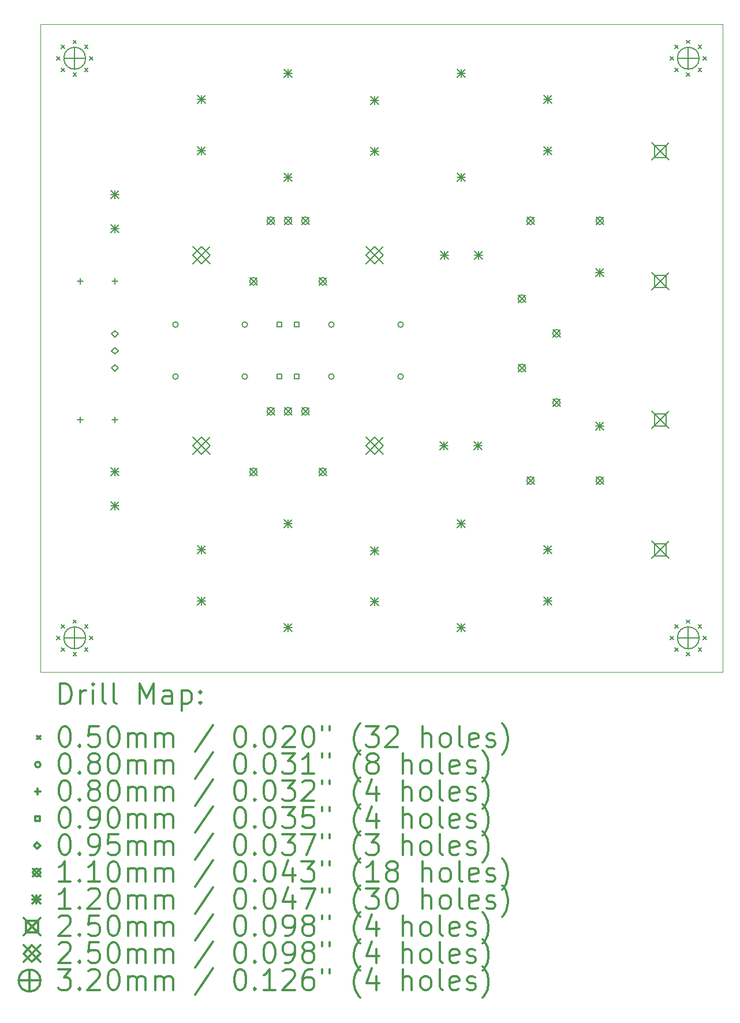
<source format=gbr>
%FSLAX45Y45*%
G04 Gerber Fmt 4.5, Leading zero omitted, Abs format (unit mm)*
G04 Created by KiCad (PCBNEW 5.1.5+dfsg1-2build2) date 2021-10-31 22:18:03*
%MOMM*%
%LPD*%
G04 APERTURE LIST*
%TA.AperFunction,Profile*%
%ADD10C,0.050000*%
%TD*%
%ADD11C,0.200000*%
%ADD12C,0.300000*%
G04 APERTURE END LIST*
D10*
X12500000Y-15000000D02*
X12500000Y-5500000D01*
X22500000Y-15000000D02*
X12500000Y-15000000D01*
X22500000Y-5500000D02*
X22500000Y-15000000D01*
X12500000Y-5500000D02*
X22500000Y-5500000D01*
D11*
X21735000Y-14475000D02*
X21785000Y-14525000D01*
X21785000Y-14475000D02*
X21735000Y-14525000D01*
X21805294Y-14305294D02*
X21855294Y-14355294D01*
X21855294Y-14305294D02*
X21805294Y-14355294D01*
X21805294Y-14644706D02*
X21855294Y-14694706D01*
X21855294Y-14644706D02*
X21805294Y-14694706D01*
X21975000Y-14235000D02*
X22025000Y-14285000D01*
X22025000Y-14235000D02*
X21975000Y-14285000D01*
X21975000Y-14715000D02*
X22025000Y-14765000D01*
X22025000Y-14715000D02*
X21975000Y-14765000D01*
X22144706Y-14305294D02*
X22194706Y-14355294D01*
X22194706Y-14305294D02*
X22144706Y-14355294D01*
X22144706Y-14644706D02*
X22194706Y-14694706D01*
X22194706Y-14644706D02*
X22144706Y-14694706D01*
X22215000Y-14475000D02*
X22265000Y-14525000D01*
X22265000Y-14475000D02*
X22215000Y-14525000D01*
X12735000Y-14475000D02*
X12785000Y-14525000D01*
X12785000Y-14475000D02*
X12735000Y-14525000D01*
X12805294Y-14305294D02*
X12855294Y-14355294D01*
X12855294Y-14305294D02*
X12805294Y-14355294D01*
X12805294Y-14644706D02*
X12855294Y-14694706D01*
X12855294Y-14644706D02*
X12805294Y-14694706D01*
X12975000Y-14235000D02*
X13025000Y-14285000D01*
X13025000Y-14235000D02*
X12975000Y-14285000D01*
X12975000Y-14715000D02*
X13025000Y-14765000D01*
X13025000Y-14715000D02*
X12975000Y-14765000D01*
X13144706Y-14305294D02*
X13194706Y-14355294D01*
X13194706Y-14305294D02*
X13144706Y-14355294D01*
X13144706Y-14644706D02*
X13194706Y-14694706D01*
X13194706Y-14644706D02*
X13144706Y-14694706D01*
X13215000Y-14475000D02*
X13265000Y-14525000D01*
X13265000Y-14475000D02*
X13215000Y-14525000D01*
X12735000Y-5975000D02*
X12785000Y-6025000D01*
X12785000Y-5975000D02*
X12735000Y-6025000D01*
X12805294Y-5805294D02*
X12855294Y-5855294D01*
X12855294Y-5805294D02*
X12805294Y-5855294D01*
X12805294Y-6144706D02*
X12855294Y-6194706D01*
X12855294Y-6144706D02*
X12805294Y-6194706D01*
X12975000Y-5735000D02*
X13025000Y-5785000D01*
X13025000Y-5735000D02*
X12975000Y-5785000D01*
X12975000Y-6215000D02*
X13025000Y-6265000D01*
X13025000Y-6215000D02*
X12975000Y-6265000D01*
X13144706Y-5805294D02*
X13194706Y-5855294D01*
X13194706Y-5805294D02*
X13144706Y-5855294D01*
X13144706Y-6144706D02*
X13194706Y-6194706D01*
X13194706Y-6144706D02*
X13144706Y-6194706D01*
X13215000Y-5975000D02*
X13265000Y-6025000D01*
X13265000Y-5975000D02*
X13215000Y-6025000D01*
X21735000Y-5975000D02*
X21785000Y-6025000D01*
X21785000Y-5975000D02*
X21735000Y-6025000D01*
X21805294Y-5805294D02*
X21855294Y-5855294D01*
X21855294Y-5805294D02*
X21805294Y-5855294D01*
X21805294Y-6144706D02*
X21855294Y-6194706D01*
X21855294Y-6144706D02*
X21805294Y-6194706D01*
X21975000Y-5735000D02*
X22025000Y-5785000D01*
X22025000Y-5735000D02*
X21975000Y-5785000D01*
X21975000Y-6215000D02*
X22025000Y-6265000D01*
X22025000Y-6215000D02*
X21975000Y-6265000D01*
X22144706Y-5805294D02*
X22194706Y-5855294D01*
X22194706Y-5805294D02*
X22144706Y-5855294D01*
X22144706Y-6144706D02*
X22194706Y-6194706D01*
X22194706Y-6144706D02*
X22144706Y-6194706D01*
X22215000Y-5975000D02*
X22265000Y-6025000D01*
X22265000Y-5975000D02*
X22215000Y-6025000D01*
X14518000Y-10668000D02*
G75*
G03X14518000Y-10668000I-40000J0D01*
G01*
X15534000Y-10668000D02*
G75*
G03X15534000Y-10668000I-40000J0D01*
G01*
X16804000Y-9906000D02*
G75*
G03X16804000Y-9906000I-40000J0D01*
G01*
X17820000Y-9906000D02*
G75*
G03X17820000Y-9906000I-40000J0D01*
G01*
X14518000Y-9906000D02*
G75*
G03X14518000Y-9906000I-40000J0D01*
G01*
X15534000Y-9906000D02*
G75*
G03X15534000Y-9906000I-40000J0D01*
G01*
X16804000Y-10668000D02*
G75*
G03X16804000Y-10668000I-40000J0D01*
G01*
X17820000Y-10668000D02*
G75*
G03X17820000Y-10668000I-40000J0D01*
G01*
X13589000Y-11262995D02*
X13589000Y-11343005D01*
X13548995Y-11303000D02*
X13629005Y-11303000D01*
X13081000Y-11262995D02*
X13081000Y-11343005D01*
X13040995Y-11303000D02*
X13121005Y-11303000D01*
X13081000Y-9230995D02*
X13081000Y-9311005D01*
X13040995Y-9271000D02*
X13121005Y-9271000D01*
X13589000Y-9230995D02*
X13589000Y-9311005D01*
X13548995Y-9271000D02*
X13629005Y-9271000D01*
X16033820Y-9937820D02*
X16033820Y-9874180D01*
X15970180Y-9874180D01*
X15970180Y-9937820D01*
X16033820Y-9937820D01*
X16287820Y-9937820D02*
X16287820Y-9874180D01*
X16224180Y-9874180D01*
X16224180Y-9937820D01*
X16287820Y-9937820D01*
X16033820Y-10699820D02*
X16033820Y-10636180D01*
X15970180Y-10636180D01*
X15970180Y-10699820D01*
X16033820Y-10699820D01*
X16287820Y-10699820D02*
X16287820Y-10636180D01*
X16224180Y-10636180D01*
X16224180Y-10699820D01*
X16287820Y-10699820D01*
X13589000Y-10088500D02*
X13636500Y-10041000D01*
X13589000Y-9993500D01*
X13541500Y-10041000D01*
X13589000Y-10088500D01*
X13589000Y-10338500D02*
X13636500Y-10291000D01*
X13589000Y-10243500D01*
X13541500Y-10291000D01*
X13589000Y-10338500D01*
X13589000Y-10588500D02*
X13636500Y-10541000D01*
X13589000Y-10493500D01*
X13541500Y-10541000D01*
X13589000Y-10588500D01*
X15566000Y-9216000D02*
X15676000Y-9326000D01*
X15676000Y-9216000D02*
X15566000Y-9326000D01*
X15676000Y-9271000D02*
G75*
G03X15676000Y-9271000I-55000J0D01*
G01*
X16582000Y-9216000D02*
X16692000Y-9326000D01*
X16692000Y-9216000D02*
X16582000Y-9326000D01*
X16692000Y-9271000D02*
G75*
G03X16692000Y-9271000I-55000J0D01*
G01*
X15566000Y-12010000D02*
X15676000Y-12120000D01*
X15676000Y-12010000D02*
X15566000Y-12120000D01*
X15676000Y-12065000D02*
G75*
G03X15676000Y-12065000I-55000J0D01*
G01*
X16582000Y-12010000D02*
X16692000Y-12120000D01*
X16692000Y-12010000D02*
X16582000Y-12120000D01*
X16692000Y-12065000D02*
G75*
G03X16692000Y-12065000I-55000J0D01*
G01*
X20011000Y-9978000D02*
X20121000Y-10088000D01*
X20121000Y-9978000D02*
X20011000Y-10088000D01*
X20121000Y-10033000D02*
G75*
G03X20121000Y-10033000I-55000J0D01*
G01*
X20011000Y-10994000D02*
X20121000Y-11104000D01*
X20121000Y-10994000D02*
X20011000Y-11104000D01*
X20121000Y-11049000D02*
G75*
G03X20121000Y-11049000I-55000J0D01*
G01*
X15820000Y-8327000D02*
X15930000Y-8437000D01*
X15930000Y-8327000D02*
X15820000Y-8437000D01*
X15930000Y-8382000D02*
G75*
G03X15930000Y-8382000I-55000J0D01*
G01*
X16074000Y-8327000D02*
X16184000Y-8437000D01*
X16184000Y-8327000D02*
X16074000Y-8437000D01*
X16184000Y-8382000D02*
G75*
G03X16184000Y-8382000I-55000J0D01*
G01*
X16328000Y-8327000D02*
X16438000Y-8437000D01*
X16438000Y-8327000D02*
X16328000Y-8437000D01*
X16438000Y-8382000D02*
G75*
G03X16438000Y-8382000I-55000J0D01*
G01*
X15820000Y-11121000D02*
X15930000Y-11231000D01*
X15930000Y-11121000D02*
X15820000Y-11231000D01*
X15930000Y-11176000D02*
G75*
G03X15930000Y-11176000I-55000J0D01*
G01*
X16074000Y-11121000D02*
X16184000Y-11231000D01*
X16184000Y-11121000D02*
X16074000Y-11231000D01*
X16184000Y-11176000D02*
G75*
G03X16184000Y-11176000I-55000J0D01*
G01*
X16328000Y-11121000D02*
X16438000Y-11231000D01*
X16438000Y-11121000D02*
X16328000Y-11231000D01*
X16438000Y-11176000D02*
G75*
G03X16438000Y-11176000I-55000J0D01*
G01*
X19630000Y-12137000D02*
X19740000Y-12247000D01*
X19740000Y-12137000D02*
X19630000Y-12247000D01*
X19740000Y-12192000D02*
G75*
G03X19740000Y-12192000I-55000J0D01*
G01*
X20646000Y-12137000D02*
X20756000Y-12247000D01*
X20756000Y-12137000D02*
X20646000Y-12247000D01*
X20756000Y-12192000D02*
G75*
G03X20756000Y-12192000I-55000J0D01*
G01*
X19503000Y-9470000D02*
X19613000Y-9580000D01*
X19613000Y-9470000D02*
X19503000Y-9580000D01*
X19613000Y-9525000D02*
G75*
G03X19613000Y-9525000I-55000J0D01*
G01*
X19503000Y-10486000D02*
X19613000Y-10596000D01*
X19613000Y-10486000D02*
X19503000Y-10596000D01*
X19613000Y-10541000D02*
G75*
G03X19613000Y-10541000I-55000J0D01*
G01*
X19630000Y-8327000D02*
X19740000Y-8437000D01*
X19740000Y-8327000D02*
X19630000Y-8437000D01*
X19740000Y-8382000D02*
G75*
G03X19740000Y-8382000I-55000J0D01*
G01*
X20646000Y-8327000D02*
X20756000Y-8437000D01*
X20756000Y-8327000D02*
X20646000Y-8437000D01*
X20756000Y-8382000D02*
G75*
G03X20756000Y-8382000I-55000J0D01*
G01*
X18609000Y-12767000D02*
X18729000Y-12887000D01*
X18729000Y-12767000D02*
X18609000Y-12887000D01*
X18669000Y-12767000D02*
X18669000Y-12887000D01*
X18609000Y-12827000D02*
X18729000Y-12827000D01*
X18609000Y-14291000D02*
X18729000Y-14411000D01*
X18729000Y-14291000D02*
X18609000Y-14411000D01*
X18669000Y-14291000D02*
X18669000Y-14411000D01*
X18609000Y-14351000D02*
X18729000Y-14351000D01*
X18363000Y-8830000D02*
X18483000Y-8950000D01*
X18483000Y-8830000D02*
X18363000Y-8950000D01*
X18423000Y-8830000D02*
X18423000Y-8950000D01*
X18363000Y-8890000D02*
X18483000Y-8890000D01*
X18863000Y-8830000D02*
X18983000Y-8950000D01*
X18983000Y-8830000D02*
X18863000Y-8950000D01*
X18923000Y-8830000D02*
X18923000Y-8950000D01*
X18863000Y-8890000D02*
X18983000Y-8890000D01*
X14799000Y-6544000D02*
X14919000Y-6664000D01*
X14919000Y-6544000D02*
X14799000Y-6664000D01*
X14859000Y-6544000D02*
X14859000Y-6664000D01*
X14799000Y-6604000D02*
X14919000Y-6604000D01*
X14799000Y-7294000D02*
X14919000Y-7414000D01*
X14919000Y-7294000D02*
X14799000Y-7414000D01*
X14859000Y-7294000D02*
X14859000Y-7414000D01*
X14799000Y-7354000D02*
X14919000Y-7354000D01*
X17339000Y-13160000D02*
X17459000Y-13280000D01*
X17459000Y-13160000D02*
X17339000Y-13280000D01*
X17399000Y-13160000D02*
X17399000Y-13280000D01*
X17339000Y-13220000D02*
X17459000Y-13220000D01*
X17339000Y-13910000D02*
X17459000Y-14030000D01*
X17459000Y-13910000D02*
X17339000Y-14030000D01*
X17399000Y-13910000D02*
X17399000Y-14030000D01*
X17339000Y-13970000D02*
X17459000Y-13970000D01*
X13529000Y-12005000D02*
X13649000Y-12125000D01*
X13649000Y-12005000D02*
X13529000Y-12125000D01*
X13589000Y-12005000D02*
X13589000Y-12125000D01*
X13529000Y-12065000D02*
X13649000Y-12065000D01*
X13529000Y-12505000D02*
X13649000Y-12625000D01*
X13649000Y-12505000D02*
X13529000Y-12625000D01*
X13589000Y-12505000D02*
X13589000Y-12625000D01*
X13529000Y-12565000D02*
X13649000Y-12565000D01*
X17339000Y-6556000D02*
X17459000Y-6676000D01*
X17459000Y-6556000D02*
X17339000Y-6676000D01*
X17399000Y-6556000D02*
X17399000Y-6676000D01*
X17339000Y-6616000D02*
X17459000Y-6616000D01*
X17339000Y-7306000D02*
X17459000Y-7426000D01*
X17459000Y-7306000D02*
X17339000Y-7426000D01*
X17399000Y-7306000D02*
X17399000Y-7426000D01*
X17339000Y-7366000D02*
X17459000Y-7366000D01*
X20641000Y-9084000D02*
X20761000Y-9204000D01*
X20761000Y-9084000D02*
X20641000Y-9204000D01*
X20701000Y-9084000D02*
X20701000Y-9204000D01*
X20641000Y-9144000D02*
X20761000Y-9144000D01*
X20641000Y-11334000D02*
X20761000Y-11454000D01*
X20761000Y-11334000D02*
X20641000Y-11454000D01*
X20701000Y-11334000D02*
X20701000Y-11454000D01*
X20641000Y-11394000D02*
X20761000Y-11394000D01*
X19879000Y-6544000D02*
X19999000Y-6664000D01*
X19999000Y-6544000D02*
X19879000Y-6664000D01*
X19939000Y-6544000D02*
X19939000Y-6664000D01*
X19879000Y-6604000D02*
X19999000Y-6604000D01*
X19879000Y-7294000D02*
X19999000Y-7414000D01*
X19999000Y-7294000D02*
X19879000Y-7414000D01*
X19939000Y-7294000D02*
X19939000Y-7414000D01*
X19879000Y-7354000D02*
X19999000Y-7354000D01*
X18355000Y-11624000D02*
X18475000Y-11744000D01*
X18475000Y-11624000D02*
X18355000Y-11744000D01*
X18415000Y-11624000D02*
X18415000Y-11744000D01*
X18355000Y-11684000D02*
X18475000Y-11684000D01*
X18855000Y-11624000D02*
X18975000Y-11744000D01*
X18975000Y-11624000D02*
X18855000Y-11744000D01*
X18915000Y-11624000D02*
X18915000Y-11744000D01*
X18855000Y-11684000D02*
X18975000Y-11684000D01*
X14799000Y-13148000D02*
X14919000Y-13268000D01*
X14919000Y-13148000D02*
X14799000Y-13268000D01*
X14859000Y-13148000D02*
X14859000Y-13268000D01*
X14799000Y-13208000D02*
X14919000Y-13208000D01*
X14799000Y-13898000D02*
X14919000Y-14018000D01*
X14919000Y-13898000D02*
X14799000Y-14018000D01*
X14859000Y-13898000D02*
X14859000Y-14018000D01*
X14799000Y-13958000D02*
X14919000Y-13958000D01*
X13529000Y-7941000D02*
X13649000Y-8061000D01*
X13649000Y-7941000D02*
X13529000Y-8061000D01*
X13589000Y-7941000D02*
X13589000Y-8061000D01*
X13529000Y-8001000D02*
X13649000Y-8001000D01*
X13529000Y-8441000D02*
X13649000Y-8561000D01*
X13649000Y-8441000D02*
X13529000Y-8561000D01*
X13589000Y-8441000D02*
X13589000Y-8561000D01*
X13529000Y-8501000D02*
X13649000Y-8501000D01*
X16069000Y-6163000D02*
X16189000Y-6283000D01*
X16189000Y-6163000D02*
X16069000Y-6283000D01*
X16129000Y-6163000D02*
X16129000Y-6283000D01*
X16069000Y-6223000D02*
X16189000Y-6223000D01*
X16069000Y-7687000D02*
X16189000Y-7807000D01*
X16189000Y-7687000D02*
X16069000Y-7807000D01*
X16129000Y-7687000D02*
X16129000Y-7807000D01*
X16069000Y-7747000D02*
X16189000Y-7747000D01*
X16069000Y-12767000D02*
X16189000Y-12887000D01*
X16189000Y-12767000D02*
X16069000Y-12887000D01*
X16129000Y-12767000D02*
X16129000Y-12887000D01*
X16069000Y-12827000D02*
X16189000Y-12827000D01*
X16069000Y-14291000D02*
X16189000Y-14411000D01*
X16189000Y-14291000D02*
X16069000Y-14411000D01*
X16129000Y-14291000D02*
X16129000Y-14411000D01*
X16069000Y-14351000D02*
X16189000Y-14351000D01*
X19879000Y-13148000D02*
X19999000Y-13268000D01*
X19999000Y-13148000D02*
X19879000Y-13268000D01*
X19939000Y-13148000D02*
X19939000Y-13268000D01*
X19879000Y-13208000D02*
X19999000Y-13208000D01*
X19879000Y-13898000D02*
X19999000Y-14018000D01*
X19999000Y-13898000D02*
X19879000Y-14018000D01*
X19939000Y-13898000D02*
X19939000Y-14018000D01*
X19879000Y-13958000D02*
X19999000Y-13958000D01*
X18609000Y-6163000D02*
X18729000Y-6283000D01*
X18729000Y-6163000D02*
X18609000Y-6283000D01*
X18669000Y-6163000D02*
X18669000Y-6283000D01*
X18609000Y-6223000D02*
X18729000Y-6223000D01*
X18609000Y-7687000D02*
X18729000Y-7807000D01*
X18729000Y-7687000D02*
X18609000Y-7807000D01*
X18669000Y-7687000D02*
X18669000Y-7807000D01*
X18609000Y-7747000D02*
X18729000Y-7747000D01*
X21465032Y-7241032D02*
X21714968Y-7490968D01*
X21714968Y-7241032D02*
X21465032Y-7490968D01*
X21678367Y-7454367D02*
X21678367Y-7277633D01*
X21501633Y-7277633D01*
X21501633Y-7454367D01*
X21678367Y-7454367D01*
X21465032Y-9146032D02*
X21714968Y-9395968D01*
X21714968Y-9146032D02*
X21465032Y-9395968D01*
X21678367Y-9359367D02*
X21678367Y-9182633D01*
X21501633Y-9182633D01*
X21501633Y-9359367D01*
X21678367Y-9359367D01*
X21465032Y-13083032D02*
X21714968Y-13332968D01*
X21714968Y-13083032D02*
X21465032Y-13332968D01*
X21678367Y-13296367D02*
X21678367Y-13119633D01*
X21501633Y-13119633D01*
X21501633Y-13296367D01*
X21678367Y-13296367D01*
X21465032Y-11178032D02*
X21714968Y-11427968D01*
X21714968Y-11178032D02*
X21465032Y-11427968D01*
X21678367Y-11391367D02*
X21678367Y-11214633D01*
X21501633Y-11214633D01*
X21501633Y-11391367D01*
X21678367Y-11391367D01*
X14734000Y-8765000D02*
X14984000Y-9015000D01*
X14984000Y-8765000D02*
X14734000Y-9015000D01*
X14859000Y-9015000D02*
X14984000Y-8890000D01*
X14859000Y-8765000D01*
X14734000Y-8890000D01*
X14859000Y-9015000D01*
X17274000Y-8765000D02*
X17524000Y-9015000D01*
X17524000Y-8765000D02*
X17274000Y-9015000D01*
X17399000Y-9015000D02*
X17524000Y-8890000D01*
X17399000Y-8765000D01*
X17274000Y-8890000D01*
X17399000Y-9015000D01*
X14734000Y-11559000D02*
X14984000Y-11809000D01*
X14984000Y-11559000D02*
X14734000Y-11809000D01*
X14859000Y-11809000D02*
X14984000Y-11684000D01*
X14859000Y-11559000D01*
X14734000Y-11684000D01*
X14859000Y-11809000D01*
X17274000Y-11559000D02*
X17524000Y-11809000D01*
X17524000Y-11559000D02*
X17274000Y-11809000D01*
X17399000Y-11809000D02*
X17524000Y-11684000D01*
X17399000Y-11559000D01*
X17274000Y-11684000D01*
X17399000Y-11809000D01*
X22000000Y-14340000D02*
X22000000Y-14660000D01*
X21840000Y-14500000D02*
X22160000Y-14500000D01*
X22160000Y-14500000D02*
G75*
G03X22160000Y-14500000I-160000J0D01*
G01*
X13000000Y-14340000D02*
X13000000Y-14660000D01*
X12840000Y-14500000D02*
X13160000Y-14500000D01*
X13160000Y-14500000D02*
G75*
G03X13160000Y-14500000I-160000J0D01*
G01*
X13000000Y-5840000D02*
X13000000Y-6160000D01*
X12840000Y-6000000D02*
X13160000Y-6000000D01*
X13160000Y-6000000D02*
G75*
G03X13160000Y-6000000I-160000J0D01*
G01*
X22000000Y-5840000D02*
X22000000Y-6160000D01*
X21840000Y-6000000D02*
X22160000Y-6000000D01*
X22160000Y-6000000D02*
G75*
G03X22160000Y-6000000I-160000J0D01*
G01*
D12*
X12783928Y-15468214D02*
X12783928Y-15168214D01*
X12855357Y-15168214D01*
X12898214Y-15182500D01*
X12926786Y-15211071D01*
X12941071Y-15239643D01*
X12955357Y-15296786D01*
X12955357Y-15339643D01*
X12941071Y-15396786D01*
X12926786Y-15425357D01*
X12898214Y-15453929D01*
X12855357Y-15468214D01*
X12783928Y-15468214D01*
X13083928Y-15468214D02*
X13083928Y-15268214D01*
X13083928Y-15325357D02*
X13098214Y-15296786D01*
X13112500Y-15282500D01*
X13141071Y-15268214D01*
X13169643Y-15268214D01*
X13269643Y-15468214D02*
X13269643Y-15268214D01*
X13269643Y-15168214D02*
X13255357Y-15182500D01*
X13269643Y-15196786D01*
X13283928Y-15182500D01*
X13269643Y-15168214D01*
X13269643Y-15196786D01*
X13455357Y-15468214D02*
X13426786Y-15453929D01*
X13412500Y-15425357D01*
X13412500Y-15168214D01*
X13612500Y-15468214D02*
X13583928Y-15453929D01*
X13569643Y-15425357D01*
X13569643Y-15168214D01*
X13955357Y-15468214D02*
X13955357Y-15168214D01*
X14055357Y-15382500D01*
X14155357Y-15168214D01*
X14155357Y-15468214D01*
X14426786Y-15468214D02*
X14426786Y-15311071D01*
X14412500Y-15282500D01*
X14383928Y-15268214D01*
X14326786Y-15268214D01*
X14298214Y-15282500D01*
X14426786Y-15453929D02*
X14398214Y-15468214D01*
X14326786Y-15468214D01*
X14298214Y-15453929D01*
X14283928Y-15425357D01*
X14283928Y-15396786D01*
X14298214Y-15368214D01*
X14326786Y-15353929D01*
X14398214Y-15353929D01*
X14426786Y-15339643D01*
X14569643Y-15268214D02*
X14569643Y-15568214D01*
X14569643Y-15282500D02*
X14598214Y-15268214D01*
X14655357Y-15268214D01*
X14683928Y-15282500D01*
X14698214Y-15296786D01*
X14712500Y-15325357D01*
X14712500Y-15411071D01*
X14698214Y-15439643D01*
X14683928Y-15453929D01*
X14655357Y-15468214D01*
X14598214Y-15468214D01*
X14569643Y-15453929D01*
X14841071Y-15439643D02*
X14855357Y-15453929D01*
X14841071Y-15468214D01*
X14826786Y-15453929D01*
X14841071Y-15439643D01*
X14841071Y-15468214D01*
X14841071Y-15282500D02*
X14855357Y-15296786D01*
X14841071Y-15311071D01*
X14826786Y-15296786D01*
X14841071Y-15282500D01*
X14841071Y-15311071D01*
X12447500Y-15937500D02*
X12497500Y-15987500D01*
X12497500Y-15937500D02*
X12447500Y-15987500D01*
X12841071Y-15798214D02*
X12869643Y-15798214D01*
X12898214Y-15812500D01*
X12912500Y-15826786D01*
X12926786Y-15855357D01*
X12941071Y-15912500D01*
X12941071Y-15983929D01*
X12926786Y-16041071D01*
X12912500Y-16069643D01*
X12898214Y-16083929D01*
X12869643Y-16098214D01*
X12841071Y-16098214D01*
X12812500Y-16083929D01*
X12798214Y-16069643D01*
X12783928Y-16041071D01*
X12769643Y-15983929D01*
X12769643Y-15912500D01*
X12783928Y-15855357D01*
X12798214Y-15826786D01*
X12812500Y-15812500D01*
X12841071Y-15798214D01*
X13069643Y-16069643D02*
X13083928Y-16083929D01*
X13069643Y-16098214D01*
X13055357Y-16083929D01*
X13069643Y-16069643D01*
X13069643Y-16098214D01*
X13355357Y-15798214D02*
X13212500Y-15798214D01*
X13198214Y-15941071D01*
X13212500Y-15926786D01*
X13241071Y-15912500D01*
X13312500Y-15912500D01*
X13341071Y-15926786D01*
X13355357Y-15941071D01*
X13369643Y-15969643D01*
X13369643Y-16041071D01*
X13355357Y-16069643D01*
X13341071Y-16083929D01*
X13312500Y-16098214D01*
X13241071Y-16098214D01*
X13212500Y-16083929D01*
X13198214Y-16069643D01*
X13555357Y-15798214D02*
X13583928Y-15798214D01*
X13612500Y-15812500D01*
X13626786Y-15826786D01*
X13641071Y-15855357D01*
X13655357Y-15912500D01*
X13655357Y-15983929D01*
X13641071Y-16041071D01*
X13626786Y-16069643D01*
X13612500Y-16083929D01*
X13583928Y-16098214D01*
X13555357Y-16098214D01*
X13526786Y-16083929D01*
X13512500Y-16069643D01*
X13498214Y-16041071D01*
X13483928Y-15983929D01*
X13483928Y-15912500D01*
X13498214Y-15855357D01*
X13512500Y-15826786D01*
X13526786Y-15812500D01*
X13555357Y-15798214D01*
X13783928Y-16098214D02*
X13783928Y-15898214D01*
X13783928Y-15926786D02*
X13798214Y-15912500D01*
X13826786Y-15898214D01*
X13869643Y-15898214D01*
X13898214Y-15912500D01*
X13912500Y-15941071D01*
X13912500Y-16098214D01*
X13912500Y-15941071D02*
X13926786Y-15912500D01*
X13955357Y-15898214D01*
X13998214Y-15898214D01*
X14026786Y-15912500D01*
X14041071Y-15941071D01*
X14041071Y-16098214D01*
X14183928Y-16098214D02*
X14183928Y-15898214D01*
X14183928Y-15926786D02*
X14198214Y-15912500D01*
X14226786Y-15898214D01*
X14269643Y-15898214D01*
X14298214Y-15912500D01*
X14312500Y-15941071D01*
X14312500Y-16098214D01*
X14312500Y-15941071D02*
X14326786Y-15912500D01*
X14355357Y-15898214D01*
X14398214Y-15898214D01*
X14426786Y-15912500D01*
X14441071Y-15941071D01*
X14441071Y-16098214D01*
X15026786Y-15783929D02*
X14769643Y-16169643D01*
X15412500Y-15798214D02*
X15441071Y-15798214D01*
X15469643Y-15812500D01*
X15483928Y-15826786D01*
X15498214Y-15855357D01*
X15512500Y-15912500D01*
X15512500Y-15983929D01*
X15498214Y-16041071D01*
X15483928Y-16069643D01*
X15469643Y-16083929D01*
X15441071Y-16098214D01*
X15412500Y-16098214D01*
X15383928Y-16083929D01*
X15369643Y-16069643D01*
X15355357Y-16041071D01*
X15341071Y-15983929D01*
X15341071Y-15912500D01*
X15355357Y-15855357D01*
X15369643Y-15826786D01*
X15383928Y-15812500D01*
X15412500Y-15798214D01*
X15641071Y-16069643D02*
X15655357Y-16083929D01*
X15641071Y-16098214D01*
X15626786Y-16083929D01*
X15641071Y-16069643D01*
X15641071Y-16098214D01*
X15841071Y-15798214D02*
X15869643Y-15798214D01*
X15898214Y-15812500D01*
X15912500Y-15826786D01*
X15926786Y-15855357D01*
X15941071Y-15912500D01*
X15941071Y-15983929D01*
X15926786Y-16041071D01*
X15912500Y-16069643D01*
X15898214Y-16083929D01*
X15869643Y-16098214D01*
X15841071Y-16098214D01*
X15812500Y-16083929D01*
X15798214Y-16069643D01*
X15783928Y-16041071D01*
X15769643Y-15983929D01*
X15769643Y-15912500D01*
X15783928Y-15855357D01*
X15798214Y-15826786D01*
X15812500Y-15812500D01*
X15841071Y-15798214D01*
X16055357Y-15826786D02*
X16069643Y-15812500D01*
X16098214Y-15798214D01*
X16169643Y-15798214D01*
X16198214Y-15812500D01*
X16212500Y-15826786D01*
X16226786Y-15855357D01*
X16226786Y-15883929D01*
X16212500Y-15926786D01*
X16041071Y-16098214D01*
X16226786Y-16098214D01*
X16412500Y-15798214D02*
X16441071Y-15798214D01*
X16469643Y-15812500D01*
X16483928Y-15826786D01*
X16498214Y-15855357D01*
X16512500Y-15912500D01*
X16512500Y-15983929D01*
X16498214Y-16041071D01*
X16483928Y-16069643D01*
X16469643Y-16083929D01*
X16441071Y-16098214D01*
X16412500Y-16098214D01*
X16383928Y-16083929D01*
X16369643Y-16069643D01*
X16355357Y-16041071D01*
X16341071Y-15983929D01*
X16341071Y-15912500D01*
X16355357Y-15855357D01*
X16369643Y-15826786D01*
X16383928Y-15812500D01*
X16412500Y-15798214D01*
X16626786Y-15798214D02*
X16626786Y-15855357D01*
X16741071Y-15798214D02*
X16741071Y-15855357D01*
X17183928Y-16212500D02*
X17169643Y-16198214D01*
X17141071Y-16155357D01*
X17126786Y-16126786D01*
X17112500Y-16083929D01*
X17098214Y-16012500D01*
X17098214Y-15955357D01*
X17112500Y-15883929D01*
X17126786Y-15841071D01*
X17141071Y-15812500D01*
X17169643Y-15769643D01*
X17183928Y-15755357D01*
X17269643Y-15798214D02*
X17455357Y-15798214D01*
X17355357Y-15912500D01*
X17398214Y-15912500D01*
X17426786Y-15926786D01*
X17441071Y-15941071D01*
X17455357Y-15969643D01*
X17455357Y-16041071D01*
X17441071Y-16069643D01*
X17426786Y-16083929D01*
X17398214Y-16098214D01*
X17312500Y-16098214D01*
X17283928Y-16083929D01*
X17269643Y-16069643D01*
X17569643Y-15826786D02*
X17583928Y-15812500D01*
X17612500Y-15798214D01*
X17683928Y-15798214D01*
X17712500Y-15812500D01*
X17726786Y-15826786D01*
X17741071Y-15855357D01*
X17741071Y-15883929D01*
X17726786Y-15926786D01*
X17555357Y-16098214D01*
X17741071Y-16098214D01*
X18098214Y-16098214D02*
X18098214Y-15798214D01*
X18226786Y-16098214D02*
X18226786Y-15941071D01*
X18212500Y-15912500D01*
X18183928Y-15898214D01*
X18141071Y-15898214D01*
X18112500Y-15912500D01*
X18098214Y-15926786D01*
X18412500Y-16098214D02*
X18383928Y-16083929D01*
X18369643Y-16069643D01*
X18355357Y-16041071D01*
X18355357Y-15955357D01*
X18369643Y-15926786D01*
X18383928Y-15912500D01*
X18412500Y-15898214D01*
X18455357Y-15898214D01*
X18483928Y-15912500D01*
X18498214Y-15926786D01*
X18512500Y-15955357D01*
X18512500Y-16041071D01*
X18498214Y-16069643D01*
X18483928Y-16083929D01*
X18455357Y-16098214D01*
X18412500Y-16098214D01*
X18683928Y-16098214D02*
X18655357Y-16083929D01*
X18641071Y-16055357D01*
X18641071Y-15798214D01*
X18912500Y-16083929D02*
X18883928Y-16098214D01*
X18826786Y-16098214D01*
X18798214Y-16083929D01*
X18783928Y-16055357D01*
X18783928Y-15941071D01*
X18798214Y-15912500D01*
X18826786Y-15898214D01*
X18883928Y-15898214D01*
X18912500Y-15912500D01*
X18926786Y-15941071D01*
X18926786Y-15969643D01*
X18783928Y-15998214D01*
X19041071Y-16083929D02*
X19069643Y-16098214D01*
X19126786Y-16098214D01*
X19155357Y-16083929D01*
X19169643Y-16055357D01*
X19169643Y-16041071D01*
X19155357Y-16012500D01*
X19126786Y-15998214D01*
X19083928Y-15998214D01*
X19055357Y-15983929D01*
X19041071Y-15955357D01*
X19041071Y-15941071D01*
X19055357Y-15912500D01*
X19083928Y-15898214D01*
X19126786Y-15898214D01*
X19155357Y-15912500D01*
X19269643Y-16212500D02*
X19283928Y-16198214D01*
X19312500Y-16155357D01*
X19326786Y-16126786D01*
X19341071Y-16083929D01*
X19355357Y-16012500D01*
X19355357Y-15955357D01*
X19341071Y-15883929D01*
X19326786Y-15841071D01*
X19312500Y-15812500D01*
X19283928Y-15769643D01*
X19269643Y-15755357D01*
X12497500Y-16358500D02*
G75*
G03X12497500Y-16358500I-40000J0D01*
G01*
X12841071Y-16194214D02*
X12869643Y-16194214D01*
X12898214Y-16208500D01*
X12912500Y-16222786D01*
X12926786Y-16251357D01*
X12941071Y-16308500D01*
X12941071Y-16379929D01*
X12926786Y-16437071D01*
X12912500Y-16465643D01*
X12898214Y-16479929D01*
X12869643Y-16494214D01*
X12841071Y-16494214D01*
X12812500Y-16479929D01*
X12798214Y-16465643D01*
X12783928Y-16437071D01*
X12769643Y-16379929D01*
X12769643Y-16308500D01*
X12783928Y-16251357D01*
X12798214Y-16222786D01*
X12812500Y-16208500D01*
X12841071Y-16194214D01*
X13069643Y-16465643D02*
X13083928Y-16479929D01*
X13069643Y-16494214D01*
X13055357Y-16479929D01*
X13069643Y-16465643D01*
X13069643Y-16494214D01*
X13255357Y-16322786D02*
X13226786Y-16308500D01*
X13212500Y-16294214D01*
X13198214Y-16265643D01*
X13198214Y-16251357D01*
X13212500Y-16222786D01*
X13226786Y-16208500D01*
X13255357Y-16194214D01*
X13312500Y-16194214D01*
X13341071Y-16208500D01*
X13355357Y-16222786D01*
X13369643Y-16251357D01*
X13369643Y-16265643D01*
X13355357Y-16294214D01*
X13341071Y-16308500D01*
X13312500Y-16322786D01*
X13255357Y-16322786D01*
X13226786Y-16337071D01*
X13212500Y-16351357D01*
X13198214Y-16379929D01*
X13198214Y-16437071D01*
X13212500Y-16465643D01*
X13226786Y-16479929D01*
X13255357Y-16494214D01*
X13312500Y-16494214D01*
X13341071Y-16479929D01*
X13355357Y-16465643D01*
X13369643Y-16437071D01*
X13369643Y-16379929D01*
X13355357Y-16351357D01*
X13341071Y-16337071D01*
X13312500Y-16322786D01*
X13555357Y-16194214D02*
X13583928Y-16194214D01*
X13612500Y-16208500D01*
X13626786Y-16222786D01*
X13641071Y-16251357D01*
X13655357Y-16308500D01*
X13655357Y-16379929D01*
X13641071Y-16437071D01*
X13626786Y-16465643D01*
X13612500Y-16479929D01*
X13583928Y-16494214D01*
X13555357Y-16494214D01*
X13526786Y-16479929D01*
X13512500Y-16465643D01*
X13498214Y-16437071D01*
X13483928Y-16379929D01*
X13483928Y-16308500D01*
X13498214Y-16251357D01*
X13512500Y-16222786D01*
X13526786Y-16208500D01*
X13555357Y-16194214D01*
X13783928Y-16494214D02*
X13783928Y-16294214D01*
X13783928Y-16322786D02*
X13798214Y-16308500D01*
X13826786Y-16294214D01*
X13869643Y-16294214D01*
X13898214Y-16308500D01*
X13912500Y-16337071D01*
X13912500Y-16494214D01*
X13912500Y-16337071D02*
X13926786Y-16308500D01*
X13955357Y-16294214D01*
X13998214Y-16294214D01*
X14026786Y-16308500D01*
X14041071Y-16337071D01*
X14041071Y-16494214D01*
X14183928Y-16494214D02*
X14183928Y-16294214D01*
X14183928Y-16322786D02*
X14198214Y-16308500D01*
X14226786Y-16294214D01*
X14269643Y-16294214D01*
X14298214Y-16308500D01*
X14312500Y-16337071D01*
X14312500Y-16494214D01*
X14312500Y-16337071D02*
X14326786Y-16308500D01*
X14355357Y-16294214D01*
X14398214Y-16294214D01*
X14426786Y-16308500D01*
X14441071Y-16337071D01*
X14441071Y-16494214D01*
X15026786Y-16179929D02*
X14769643Y-16565643D01*
X15412500Y-16194214D02*
X15441071Y-16194214D01*
X15469643Y-16208500D01*
X15483928Y-16222786D01*
X15498214Y-16251357D01*
X15512500Y-16308500D01*
X15512500Y-16379929D01*
X15498214Y-16437071D01*
X15483928Y-16465643D01*
X15469643Y-16479929D01*
X15441071Y-16494214D01*
X15412500Y-16494214D01*
X15383928Y-16479929D01*
X15369643Y-16465643D01*
X15355357Y-16437071D01*
X15341071Y-16379929D01*
X15341071Y-16308500D01*
X15355357Y-16251357D01*
X15369643Y-16222786D01*
X15383928Y-16208500D01*
X15412500Y-16194214D01*
X15641071Y-16465643D02*
X15655357Y-16479929D01*
X15641071Y-16494214D01*
X15626786Y-16479929D01*
X15641071Y-16465643D01*
X15641071Y-16494214D01*
X15841071Y-16194214D02*
X15869643Y-16194214D01*
X15898214Y-16208500D01*
X15912500Y-16222786D01*
X15926786Y-16251357D01*
X15941071Y-16308500D01*
X15941071Y-16379929D01*
X15926786Y-16437071D01*
X15912500Y-16465643D01*
X15898214Y-16479929D01*
X15869643Y-16494214D01*
X15841071Y-16494214D01*
X15812500Y-16479929D01*
X15798214Y-16465643D01*
X15783928Y-16437071D01*
X15769643Y-16379929D01*
X15769643Y-16308500D01*
X15783928Y-16251357D01*
X15798214Y-16222786D01*
X15812500Y-16208500D01*
X15841071Y-16194214D01*
X16041071Y-16194214D02*
X16226786Y-16194214D01*
X16126786Y-16308500D01*
X16169643Y-16308500D01*
X16198214Y-16322786D01*
X16212500Y-16337071D01*
X16226786Y-16365643D01*
X16226786Y-16437071D01*
X16212500Y-16465643D01*
X16198214Y-16479929D01*
X16169643Y-16494214D01*
X16083928Y-16494214D01*
X16055357Y-16479929D01*
X16041071Y-16465643D01*
X16512500Y-16494214D02*
X16341071Y-16494214D01*
X16426786Y-16494214D02*
X16426786Y-16194214D01*
X16398214Y-16237071D01*
X16369643Y-16265643D01*
X16341071Y-16279929D01*
X16626786Y-16194214D02*
X16626786Y-16251357D01*
X16741071Y-16194214D02*
X16741071Y-16251357D01*
X17183928Y-16608500D02*
X17169643Y-16594214D01*
X17141071Y-16551357D01*
X17126786Y-16522786D01*
X17112500Y-16479929D01*
X17098214Y-16408500D01*
X17098214Y-16351357D01*
X17112500Y-16279929D01*
X17126786Y-16237071D01*
X17141071Y-16208500D01*
X17169643Y-16165643D01*
X17183928Y-16151357D01*
X17341071Y-16322786D02*
X17312500Y-16308500D01*
X17298214Y-16294214D01*
X17283928Y-16265643D01*
X17283928Y-16251357D01*
X17298214Y-16222786D01*
X17312500Y-16208500D01*
X17341071Y-16194214D01*
X17398214Y-16194214D01*
X17426786Y-16208500D01*
X17441071Y-16222786D01*
X17455357Y-16251357D01*
X17455357Y-16265643D01*
X17441071Y-16294214D01*
X17426786Y-16308500D01*
X17398214Y-16322786D01*
X17341071Y-16322786D01*
X17312500Y-16337071D01*
X17298214Y-16351357D01*
X17283928Y-16379929D01*
X17283928Y-16437071D01*
X17298214Y-16465643D01*
X17312500Y-16479929D01*
X17341071Y-16494214D01*
X17398214Y-16494214D01*
X17426786Y-16479929D01*
X17441071Y-16465643D01*
X17455357Y-16437071D01*
X17455357Y-16379929D01*
X17441071Y-16351357D01*
X17426786Y-16337071D01*
X17398214Y-16322786D01*
X17812500Y-16494214D02*
X17812500Y-16194214D01*
X17941071Y-16494214D02*
X17941071Y-16337071D01*
X17926786Y-16308500D01*
X17898214Y-16294214D01*
X17855357Y-16294214D01*
X17826786Y-16308500D01*
X17812500Y-16322786D01*
X18126786Y-16494214D02*
X18098214Y-16479929D01*
X18083928Y-16465643D01*
X18069643Y-16437071D01*
X18069643Y-16351357D01*
X18083928Y-16322786D01*
X18098214Y-16308500D01*
X18126786Y-16294214D01*
X18169643Y-16294214D01*
X18198214Y-16308500D01*
X18212500Y-16322786D01*
X18226786Y-16351357D01*
X18226786Y-16437071D01*
X18212500Y-16465643D01*
X18198214Y-16479929D01*
X18169643Y-16494214D01*
X18126786Y-16494214D01*
X18398214Y-16494214D02*
X18369643Y-16479929D01*
X18355357Y-16451357D01*
X18355357Y-16194214D01*
X18626786Y-16479929D02*
X18598214Y-16494214D01*
X18541071Y-16494214D01*
X18512500Y-16479929D01*
X18498214Y-16451357D01*
X18498214Y-16337071D01*
X18512500Y-16308500D01*
X18541071Y-16294214D01*
X18598214Y-16294214D01*
X18626786Y-16308500D01*
X18641071Y-16337071D01*
X18641071Y-16365643D01*
X18498214Y-16394214D01*
X18755357Y-16479929D02*
X18783928Y-16494214D01*
X18841071Y-16494214D01*
X18869643Y-16479929D01*
X18883928Y-16451357D01*
X18883928Y-16437071D01*
X18869643Y-16408500D01*
X18841071Y-16394214D01*
X18798214Y-16394214D01*
X18769643Y-16379929D01*
X18755357Y-16351357D01*
X18755357Y-16337071D01*
X18769643Y-16308500D01*
X18798214Y-16294214D01*
X18841071Y-16294214D01*
X18869643Y-16308500D01*
X18983928Y-16608500D02*
X18998214Y-16594214D01*
X19026786Y-16551357D01*
X19041071Y-16522786D01*
X19055357Y-16479929D01*
X19069643Y-16408500D01*
X19069643Y-16351357D01*
X19055357Y-16279929D01*
X19041071Y-16237071D01*
X19026786Y-16208500D01*
X18998214Y-16165643D01*
X18983928Y-16151357D01*
X12457495Y-16714495D02*
X12457495Y-16794505D01*
X12417490Y-16754500D02*
X12497500Y-16754500D01*
X12841071Y-16590214D02*
X12869643Y-16590214D01*
X12898214Y-16604500D01*
X12912500Y-16618786D01*
X12926786Y-16647357D01*
X12941071Y-16704500D01*
X12941071Y-16775929D01*
X12926786Y-16833072D01*
X12912500Y-16861643D01*
X12898214Y-16875929D01*
X12869643Y-16890214D01*
X12841071Y-16890214D01*
X12812500Y-16875929D01*
X12798214Y-16861643D01*
X12783928Y-16833072D01*
X12769643Y-16775929D01*
X12769643Y-16704500D01*
X12783928Y-16647357D01*
X12798214Y-16618786D01*
X12812500Y-16604500D01*
X12841071Y-16590214D01*
X13069643Y-16861643D02*
X13083928Y-16875929D01*
X13069643Y-16890214D01*
X13055357Y-16875929D01*
X13069643Y-16861643D01*
X13069643Y-16890214D01*
X13255357Y-16718786D02*
X13226786Y-16704500D01*
X13212500Y-16690214D01*
X13198214Y-16661643D01*
X13198214Y-16647357D01*
X13212500Y-16618786D01*
X13226786Y-16604500D01*
X13255357Y-16590214D01*
X13312500Y-16590214D01*
X13341071Y-16604500D01*
X13355357Y-16618786D01*
X13369643Y-16647357D01*
X13369643Y-16661643D01*
X13355357Y-16690214D01*
X13341071Y-16704500D01*
X13312500Y-16718786D01*
X13255357Y-16718786D01*
X13226786Y-16733071D01*
X13212500Y-16747357D01*
X13198214Y-16775929D01*
X13198214Y-16833072D01*
X13212500Y-16861643D01*
X13226786Y-16875929D01*
X13255357Y-16890214D01*
X13312500Y-16890214D01*
X13341071Y-16875929D01*
X13355357Y-16861643D01*
X13369643Y-16833072D01*
X13369643Y-16775929D01*
X13355357Y-16747357D01*
X13341071Y-16733071D01*
X13312500Y-16718786D01*
X13555357Y-16590214D02*
X13583928Y-16590214D01*
X13612500Y-16604500D01*
X13626786Y-16618786D01*
X13641071Y-16647357D01*
X13655357Y-16704500D01*
X13655357Y-16775929D01*
X13641071Y-16833072D01*
X13626786Y-16861643D01*
X13612500Y-16875929D01*
X13583928Y-16890214D01*
X13555357Y-16890214D01*
X13526786Y-16875929D01*
X13512500Y-16861643D01*
X13498214Y-16833072D01*
X13483928Y-16775929D01*
X13483928Y-16704500D01*
X13498214Y-16647357D01*
X13512500Y-16618786D01*
X13526786Y-16604500D01*
X13555357Y-16590214D01*
X13783928Y-16890214D02*
X13783928Y-16690214D01*
X13783928Y-16718786D02*
X13798214Y-16704500D01*
X13826786Y-16690214D01*
X13869643Y-16690214D01*
X13898214Y-16704500D01*
X13912500Y-16733071D01*
X13912500Y-16890214D01*
X13912500Y-16733071D02*
X13926786Y-16704500D01*
X13955357Y-16690214D01*
X13998214Y-16690214D01*
X14026786Y-16704500D01*
X14041071Y-16733071D01*
X14041071Y-16890214D01*
X14183928Y-16890214D02*
X14183928Y-16690214D01*
X14183928Y-16718786D02*
X14198214Y-16704500D01*
X14226786Y-16690214D01*
X14269643Y-16690214D01*
X14298214Y-16704500D01*
X14312500Y-16733071D01*
X14312500Y-16890214D01*
X14312500Y-16733071D02*
X14326786Y-16704500D01*
X14355357Y-16690214D01*
X14398214Y-16690214D01*
X14426786Y-16704500D01*
X14441071Y-16733071D01*
X14441071Y-16890214D01*
X15026786Y-16575929D02*
X14769643Y-16961643D01*
X15412500Y-16590214D02*
X15441071Y-16590214D01*
X15469643Y-16604500D01*
X15483928Y-16618786D01*
X15498214Y-16647357D01*
X15512500Y-16704500D01*
X15512500Y-16775929D01*
X15498214Y-16833072D01*
X15483928Y-16861643D01*
X15469643Y-16875929D01*
X15441071Y-16890214D01*
X15412500Y-16890214D01*
X15383928Y-16875929D01*
X15369643Y-16861643D01*
X15355357Y-16833072D01*
X15341071Y-16775929D01*
X15341071Y-16704500D01*
X15355357Y-16647357D01*
X15369643Y-16618786D01*
X15383928Y-16604500D01*
X15412500Y-16590214D01*
X15641071Y-16861643D02*
X15655357Y-16875929D01*
X15641071Y-16890214D01*
X15626786Y-16875929D01*
X15641071Y-16861643D01*
X15641071Y-16890214D01*
X15841071Y-16590214D02*
X15869643Y-16590214D01*
X15898214Y-16604500D01*
X15912500Y-16618786D01*
X15926786Y-16647357D01*
X15941071Y-16704500D01*
X15941071Y-16775929D01*
X15926786Y-16833072D01*
X15912500Y-16861643D01*
X15898214Y-16875929D01*
X15869643Y-16890214D01*
X15841071Y-16890214D01*
X15812500Y-16875929D01*
X15798214Y-16861643D01*
X15783928Y-16833072D01*
X15769643Y-16775929D01*
X15769643Y-16704500D01*
X15783928Y-16647357D01*
X15798214Y-16618786D01*
X15812500Y-16604500D01*
X15841071Y-16590214D01*
X16041071Y-16590214D02*
X16226786Y-16590214D01*
X16126786Y-16704500D01*
X16169643Y-16704500D01*
X16198214Y-16718786D01*
X16212500Y-16733071D01*
X16226786Y-16761643D01*
X16226786Y-16833072D01*
X16212500Y-16861643D01*
X16198214Y-16875929D01*
X16169643Y-16890214D01*
X16083928Y-16890214D01*
X16055357Y-16875929D01*
X16041071Y-16861643D01*
X16341071Y-16618786D02*
X16355357Y-16604500D01*
X16383928Y-16590214D01*
X16455357Y-16590214D01*
X16483928Y-16604500D01*
X16498214Y-16618786D01*
X16512500Y-16647357D01*
X16512500Y-16675929D01*
X16498214Y-16718786D01*
X16326786Y-16890214D01*
X16512500Y-16890214D01*
X16626786Y-16590214D02*
X16626786Y-16647357D01*
X16741071Y-16590214D02*
X16741071Y-16647357D01*
X17183928Y-17004500D02*
X17169643Y-16990214D01*
X17141071Y-16947357D01*
X17126786Y-16918786D01*
X17112500Y-16875929D01*
X17098214Y-16804500D01*
X17098214Y-16747357D01*
X17112500Y-16675929D01*
X17126786Y-16633071D01*
X17141071Y-16604500D01*
X17169643Y-16561643D01*
X17183928Y-16547357D01*
X17426786Y-16690214D02*
X17426786Y-16890214D01*
X17355357Y-16575929D02*
X17283928Y-16790214D01*
X17469643Y-16790214D01*
X17812500Y-16890214D02*
X17812500Y-16590214D01*
X17941071Y-16890214D02*
X17941071Y-16733071D01*
X17926786Y-16704500D01*
X17898214Y-16690214D01*
X17855357Y-16690214D01*
X17826786Y-16704500D01*
X17812500Y-16718786D01*
X18126786Y-16890214D02*
X18098214Y-16875929D01*
X18083928Y-16861643D01*
X18069643Y-16833072D01*
X18069643Y-16747357D01*
X18083928Y-16718786D01*
X18098214Y-16704500D01*
X18126786Y-16690214D01*
X18169643Y-16690214D01*
X18198214Y-16704500D01*
X18212500Y-16718786D01*
X18226786Y-16747357D01*
X18226786Y-16833072D01*
X18212500Y-16861643D01*
X18198214Y-16875929D01*
X18169643Y-16890214D01*
X18126786Y-16890214D01*
X18398214Y-16890214D02*
X18369643Y-16875929D01*
X18355357Y-16847357D01*
X18355357Y-16590214D01*
X18626786Y-16875929D02*
X18598214Y-16890214D01*
X18541071Y-16890214D01*
X18512500Y-16875929D01*
X18498214Y-16847357D01*
X18498214Y-16733071D01*
X18512500Y-16704500D01*
X18541071Y-16690214D01*
X18598214Y-16690214D01*
X18626786Y-16704500D01*
X18641071Y-16733071D01*
X18641071Y-16761643D01*
X18498214Y-16790214D01*
X18755357Y-16875929D02*
X18783928Y-16890214D01*
X18841071Y-16890214D01*
X18869643Y-16875929D01*
X18883928Y-16847357D01*
X18883928Y-16833072D01*
X18869643Y-16804500D01*
X18841071Y-16790214D01*
X18798214Y-16790214D01*
X18769643Y-16775929D01*
X18755357Y-16747357D01*
X18755357Y-16733071D01*
X18769643Y-16704500D01*
X18798214Y-16690214D01*
X18841071Y-16690214D01*
X18869643Y-16704500D01*
X18983928Y-17004500D02*
X18998214Y-16990214D01*
X19026786Y-16947357D01*
X19041071Y-16918786D01*
X19055357Y-16875929D01*
X19069643Y-16804500D01*
X19069643Y-16747357D01*
X19055357Y-16675929D01*
X19041071Y-16633071D01*
X19026786Y-16604500D01*
X18998214Y-16561643D01*
X18983928Y-16547357D01*
X12484320Y-17182320D02*
X12484320Y-17118680D01*
X12420680Y-17118680D01*
X12420680Y-17182320D01*
X12484320Y-17182320D01*
X12841071Y-16986214D02*
X12869643Y-16986214D01*
X12898214Y-17000500D01*
X12912500Y-17014786D01*
X12926786Y-17043357D01*
X12941071Y-17100500D01*
X12941071Y-17171929D01*
X12926786Y-17229072D01*
X12912500Y-17257643D01*
X12898214Y-17271929D01*
X12869643Y-17286214D01*
X12841071Y-17286214D01*
X12812500Y-17271929D01*
X12798214Y-17257643D01*
X12783928Y-17229072D01*
X12769643Y-17171929D01*
X12769643Y-17100500D01*
X12783928Y-17043357D01*
X12798214Y-17014786D01*
X12812500Y-17000500D01*
X12841071Y-16986214D01*
X13069643Y-17257643D02*
X13083928Y-17271929D01*
X13069643Y-17286214D01*
X13055357Y-17271929D01*
X13069643Y-17257643D01*
X13069643Y-17286214D01*
X13226786Y-17286214D02*
X13283928Y-17286214D01*
X13312500Y-17271929D01*
X13326786Y-17257643D01*
X13355357Y-17214786D01*
X13369643Y-17157643D01*
X13369643Y-17043357D01*
X13355357Y-17014786D01*
X13341071Y-17000500D01*
X13312500Y-16986214D01*
X13255357Y-16986214D01*
X13226786Y-17000500D01*
X13212500Y-17014786D01*
X13198214Y-17043357D01*
X13198214Y-17114786D01*
X13212500Y-17143357D01*
X13226786Y-17157643D01*
X13255357Y-17171929D01*
X13312500Y-17171929D01*
X13341071Y-17157643D01*
X13355357Y-17143357D01*
X13369643Y-17114786D01*
X13555357Y-16986214D02*
X13583928Y-16986214D01*
X13612500Y-17000500D01*
X13626786Y-17014786D01*
X13641071Y-17043357D01*
X13655357Y-17100500D01*
X13655357Y-17171929D01*
X13641071Y-17229072D01*
X13626786Y-17257643D01*
X13612500Y-17271929D01*
X13583928Y-17286214D01*
X13555357Y-17286214D01*
X13526786Y-17271929D01*
X13512500Y-17257643D01*
X13498214Y-17229072D01*
X13483928Y-17171929D01*
X13483928Y-17100500D01*
X13498214Y-17043357D01*
X13512500Y-17014786D01*
X13526786Y-17000500D01*
X13555357Y-16986214D01*
X13783928Y-17286214D02*
X13783928Y-17086214D01*
X13783928Y-17114786D02*
X13798214Y-17100500D01*
X13826786Y-17086214D01*
X13869643Y-17086214D01*
X13898214Y-17100500D01*
X13912500Y-17129072D01*
X13912500Y-17286214D01*
X13912500Y-17129072D02*
X13926786Y-17100500D01*
X13955357Y-17086214D01*
X13998214Y-17086214D01*
X14026786Y-17100500D01*
X14041071Y-17129072D01*
X14041071Y-17286214D01*
X14183928Y-17286214D02*
X14183928Y-17086214D01*
X14183928Y-17114786D02*
X14198214Y-17100500D01*
X14226786Y-17086214D01*
X14269643Y-17086214D01*
X14298214Y-17100500D01*
X14312500Y-17129072D01*
X14312500Y-17286214D01*
X14312500Y-17129072D02*
X14326786Y-17100500D01*
X14355357Y-17086214D01*
X14398214Y-17086214D01*
X14426786Y-17100500D01*
X14441071Y-17129072D01*
X14441071Y-17286214D01*
X15026786Y-16971929D02*
X14769643Y-17357643D01*
X15412500Y-16986214D02*
X15441071Y-16986214D01*
X15469643Y-17000500D01*
X15483928Y-17014786D01*
X15498214Y-17043357D01*
X15512500Y-17100500D01*
X15512500Y-17171929D01*
X15498214Y-17229072D01*
X15483928Y-17257643D01*
X15469643Y-17271929D01*
X15441071Y-17286214D01*
X15412500Y-17286214D01*
X15383928Y-17271929D01*
X15369643Y-17257643D01*
X15355357Y-17229072D01*
X15341071Y-17171929D01*
X15341071Y-17100500D01*
X15355357Y-17043357D01*
X15369643Y-17014786D01*
X15383928Y-17000500D01*
X15412500Y-16986214D01*
X15641071Y-17257643D02*
X15655357Y-17271929D01*
X15641071Y-17286214D01*
X15626786Y-17271929D01*
X15641071Y-17257643D01*
X15641071Y-17286214D01*
X15841071Y-16986214D02*
X15869643Y-16986214D01*
X15898214Y-17000500D01*
X15912500Y-17014786D01*
X15926786Y-17043357D01*
X15941071Y-17100500D01*
X15941071Y-17171929D01*
X15926786Y-17229072D01*
X15912500Y-17257643D01*
X15898214Y-17271929D01*
X15869643Y-17286214D01*
X15841071Y-17286214D01*
X15812500Y-17271929D01*
X15798214Y-17257643D01*
X15783928Y-17229072D01*
X15769643Y-17171929D01*
X15769643Y-17100500D01*
X15783928Y-17043357D01*
X15798214Y-17014786D01*
X15812500Y-17000500D01*
X15841071Y-16986214D01*
X16041071Y-16986214D02*
X16226786Y-16986214D01*
X16126786Y-17100500D01*
X16169643Y-17100500D01*
X16198214Y-17114786D01*
X16212500Y-17129072D01*
X16226786Y-17157643D01*
X16226786Y-17229072D01*
X16212500Y-17257643D01*
X16198214Y-17271929D01*
X16169643Y-17286214D01*
X16083928Y-17286214D01*
X16055357Y-17271929D01*
X16041071Y-17257643D01*
X16498214Y-16986214D02*
X16355357Y-16986214D01*
X16341071Y-17129072D01*
X16355357Y-17114786D01*
X16383928Y-17100500D01*
X16455357Y-17100500D01*
X16483928Y-17114786D01*
X16498214Y-17129072D01*
X16512500Y-17157643D01*
X16512500Y-17229072D01*
X16498214Y-17257643D01*
X16483928Y-17271929D01*
X16455357Y-17286214D01*
X16383928Y-17286214D01*
X16355357Y-17271929D01*
X16341071Y-17257643D01*
X16626786Y-16986214D02*
X16626786Y-17043357D01*
X16741071Y-16986214D02*
X16741071Y-17043357D01*
X17183928Y-17400500D02*
X17169643Y-17386214D01*
X17141071Y-17343357D01*
X17126786Y-17314786D01*
X17112500Y-17271929D01*
X17098214Y-17200500D01*
X17098214Y-17143357D01*
X17112500Y-17071929D01*
X17126786Y-17029072D01*
X17141071Y-17000500D01*
X17169643Y-16957643D01*
X17183928Y-16943357D01*
X17426786Y-17086214D02*
X17426786Y-17286214D01*
X17355357Y-16971929D02*
X17283928Y-17186214D01*
X17469643Y-17186214D01*
X17812500Y-17286214D02*
X17812500Y-16986214D01*
X17941071Y-17286214D02*
X17941071Y-17129072D01*
X17926786Y-17100500D01*
X17898214Y-17086214D01*
X17855357Y-17086214D01*
X17826786Y-17100500D01*
X17812500Y-17114786D01*
X18126786Y-17286214D02*
X18098214Y-17271929D01*
X18083928Y-17257643D01*
X18069643Y-17229072D01*
X18069643Y-17143357D01*
X18083928Y-17114786D01*
X18098214Y-17100500D01*
X18126786Y-17086214D01*
X18169643Y-17086214D01*
X18198214Y-17100500D01*
X18212500Y-17114786D01*
X18226786Y-17143357D01*
X18226786Y-17229072D01*
X18212500Y-17257643D01*
X18198214Y-17271929D01*
X18169643Y-17286214D01*
X18126786Y-17286214D01*
X18398214Y-17286214D02*
X18369643Y-17271929D01*
X18355357Y-17243357D01*
X18355357Y-16986214D01*
X18626786Y-17271929D02*
X18598214Y-17286214D01*
X18541071Y-17286214D01*
X18512500Y-17271929D01*
X18498214Y-17243357D01*
X18498214Y-17129072D01*
X18512500Y-17100500D01*
X18541071Y-17086214D01*
X18598214Y-17086214D01*
X18626786Y-17100500D01*
X18641071Y-17129072D01*
X18641071Y-17157643D01*
X18498214Y-17186214D01*
X18755357Y-17271929D02*
X18783928Y-17286214D01*
X18841071Y-17286214D01*
X18869643Y-17271929D01*
X18883928Y-17243357D01*
X18883928Y-17229072D01*
X18869643Y-17200500D01*
X18841071Y-17186214D01*
X18798214Y-17186214D01*
X18769643Y-17171929D01*
X18755357Y-17143357D01*
X18755357Y-17129072D01*
X18769643Y-17100500D01*
X18798214Y-17086214D01*
X18841071Y-17086214D01*
X18869643Y-17100500D01*
X18983928Y-17400500D02*
X18998214Y-17386214D01*
X19026786Y-17343357D01*
X19041071Y-17314786D01*
X19055357Y-17271929D01*
X19069643Y-17200500D01*
X19069643Y-17143357D01*
X19055357Y-17071929D01*
X19041071Y-17029072D01*
X19026786Y-17000500D01*
X18998214Y-16957643D01*
X18983928Y-16943357D01*
X12450000Y-17594000D02*
X12497500Y-17546500D01*
X12450000Y-17499000D01*
X12402500Y-17546500D01*
X12450000Y-17594000D01*
X12841071Y-17382214D02*
X12869643Y-17382214D01*
X12898214Y-17396500D01*
X12912500Y-17410786D01*
X12926786Y-17439357D01*
X12941071Y-17496500D01*
X12941071Y-17567929D01*
X12926786Y-17625072D01*
X12912500Y-17653643D01*
X12898214Y-17667929D01*
X12869643Y-17682214D01*
X12841071Y-17682214D01*
X12812500Y-17667929D01*
X12798214Y-17653643D01*
X12783928Y-17625072D01*
X12769643Y-17567929D01*
X12769643Y-17496500D01*
X12783928Y-17439357D01*
X12798214Y-17410786D01*
X12812500Y-17396500D01*
X12841071Y-17382214D01*
X13069643Y-17653643D02*
X13083928Y-17667929D01*
X13069643Y-17682214D01*
X13055357Y-17667929D01*
X13069643Y-17653643D01*
X13069643Y-17682214D01*
X13226786Y-17682214D02*
X13283928Y-17682214D01*
X13312500Y-17667929D01*
X13326786Y-17653643D01*
X13355357Y-17610786D01*
X13369643Y-17553643D01*
X13369643Y-17439357D01*
X13355357Y-17410786D01*
X13341071Y-17396500D01*
X13312500Y-17382214D01*
X13255357Y-17382214D01*
X13226786Y-17396500D01*
X13212500Y-17410786D01*
X13198214Y-17439357D01*
X13198214Y-17510786D01*
X13212500Y-17539357D01*
X13226786Y-17553643D01*
X13255357Y-17567929D01*
X13312500Y-17567929D01*
X13341071Y-17553643D01*
X13355357Y-17539357D01*
X13369643Y-17510786D01*
X13641071Y-17382214D02*
X13498214Y-17382214D01*
X13483928Y-17525072D01*
X13498214Y-17510786D01*
X13526786Y-17496500D01*
X13598214Y-17496500D01*
X13626786Y-17510786D01*
X13641071Y-17525072D01*
X13655357Y-17553643D01*
X13655357Y-17625072D01*
X13641071Y-17653643D01*
X13626786Y-17667929D01*
X13598214Y-17682214D01*
X13526786Y-17682214D01*
X13498214Y-17667929D01*
X13483928Y-17653643D01*
X13783928Y-17682214D02*
X13783928Y-17482214D01*
X13783928Y-17510786D02*
X13798214Y-17496500D01*
X13826786Y-17482214D01*
X13869643Y-17482214D01*
X13898214Y-17496500D01*
X13912500Y-17525072D01*
X13912500Y-17682214D01*
X13912500Y-17525072D02*
X13926786Y-17496500D01*
X13955357Y-17482214D01*
X13998214Y-17482214D01*
X14026786Y-17496500D01*
X14041071Y-17525072D01*
X14041071Y-17682214D01*
X14183928Y-17682214D02*
X14183928Y-17482214D01*
X14183928Y-17510786D02*
X14198214Y-17496500D01*
X14226786Y-17482214D01*
X14269643Y-17482214D01*
X14298214Y-17496500D01*
X14312500Y-17525072D01*
X14312500Y-17682214D01*
X14312500Y-17525072D02*
X14326786Y-17496500D01*
X14355357Y-17482214D01*
X14398214Y-17482214D01*
X14426786Y-17496500D01*
X14441071Y-17525072D01*
X14441071Y-17682214D01*
X15026786Y-17367929D02*
X14769643Y-17753643D01*
X15412500Y-17382214D02*
X15441071Y-17382214D01*
X15469643Y-17396500D01*
X15483928Y-17410786D01*
X15498214Y-17439357D01*
X15512500Y-17496500D01*
X15512500Y-17567929D01*
X15498214Y-17625072D01*
X15483928Y-17653643D01*
X15469643Y-17667929D01*
X15441071Y-17682214D01*
X15412500Y-17682214D01*
X15383928Y-17667929D01*
X15369643Y-17653643D01*
X15355357Y-17625072D01*
X15341071Y-17567929D01*
X15341071Y-17496500D01*
X15355357Y-17439357D01*
X15369643Y-17410786D01*
X15383928Y-17396500D01*
X15412500Y-17382214D01*
X15641071Y-17653643D02*
X15655357Y-17667929D01*
X15641071Y-17682214D01*
X15626786Y-17667929D01*
X15641071Y-17653643D01*
X15641071Y-17682214D01*
X15841071Y-17382214D02*
X15869643Y-17382214D01*
X15898214Y-17396500D01*
X15912500Y-17410786D01*
X15926786Y-17439357D01*
X15941071Y-17496500D01*
X15941071Y-17567929D01*
X15926786Y-17625072D01*
X15912500Y-17653643D01*
X15898214Y-17667929D01*
X15869643Y-17682214D01*
X15841071Y-17682214D01*
X15812500Y-17667929D01*
X15798214Y-17653643D01*
X15783928Y-17625072D01*
X15769643Y-17567929D01*
X15769643Y-17496500D01*
X15783928Y-17439357D01*
X15798214Y-17410786D01*
X15812500Y-17396500D01*
X15841071Y-17382214D01*
X16041071Y-17382214D02*
X16226786Y-17382214D01*
X16126786Y-17496500D01*
X16169643Y-17496500D01*
X16198214Y-17510786D01*
X16212500Y-17525072D01*
X16226786Y-17553643D01*
X16226786Y-17625072D01*
X16212500Y-17653643D01*
X16198214Y-17667929D01*
X16169643Y-17682214D01*
X16083928Y-17682214D01*
X16055357Y-17667929D01*
X16041071Y-17653643D01*
X16326786Y-17382214D02*
X16526786Y-17382214D01*
X16398214Y-17682214D01*
X16626786Y-17382214D02*
X16626786Y-17439357D01*
X16741071Y-17382214D02*
X16741071Y-17439357D01*
X17183928Y-17796500D02*
X17169643Y-17782214D01*
X17141071Y-17739357D01*
X17126786Y-17710786D01*
X17112500Y-17667929D01*
X17098214Y-17596500D01*
X17098214Y-17539357D01*
X17112500Y-17467929D01*
X17126786Y-17425072D01*
X17141071Y-17396500D01*
X17169643Y-17353643D01*
X17183928Y-17339357D01*
X17269643Y-17382214D02*
X17455357Y-17382214D01*
X17355357Y-17496500D01*
X17398214Y-17496500D01*
X17426786Y-17510786D01*
X17441071Y-17525072D01*
X17455357Y-17553643D01*
X17455357Y-17625072D01*
X17441071Y-17653643D01*
X17426786Y-17667929D01*
X17398214Y-17682214D01*
X17312500Y-17682214D01*
X17283928Y-17667929D01*
X17269643Y-17653643D01*
X17812500Y-17682214D02*
X17812500Y-17382214D01*
X17941071Y-17682214D02*
X17941071Y-17525072D01*
X17926786Y-17496500D01*
X17898214Y-17482214D01*
X17855357Y-17482214D01*
X17826786Y-17496500D01*
X17812500Y-17510786D01*
X18126786Y-17682214D02*
X18098214Y-17667929D01*
X18083928Y-17653643D01*
X18069643Y-17625072D01*
X18069643Y-17539357D01*
X18083928Y-17510786D01*
X18098214Y-17496500D01*
X18126786Y-17482214D01*
X18169643Y-17482214D01*
X18198214Y-17496500D01*
X18212500Y-17510786D01*
X18226786Y-17539357D01*
X18226786Y-17625072D01*
X18212500Y-17653643D01*
X18198214Y-17667929D01*
X18169643Y-17682214D01*
X18126786Y-17682214D01*
X18398214Y-17682214D02*
X18369643Y-17667929D01*
X18355357Y-17639357D01*
X18355357Y-17382214D01*
X18626786Y-17667929D02*
X18598214Y-17682214D01*
X18541071Y-17682214D01*
X18512500Y-17667929D01*
X18498214Y-17639357D01*
X18498214Y-17525072D01*
X18512500Y-17496500D01*
X18541071Y-17482214D01*
X18598214Y-17482214D01*
X18626786Y-17496500D01*
X18641071Y-17525072D01*
X18641071Y-17553643D01*
X18498214Y-17582214D01*
X18755357Y-17667929D02*
X18783928Y-17682214D01*
X18841071Y-17682214D01*
X18869643Y-17667929D01*
X18883928Y-17639357D01*
X18883928Y-17625072D01*
X18869643Y-17596500D01*
X18841071Y-17582214D01*
X18798214Y-17582214D01*
X18769643Y-17567929D01*
X18755357Y-17539357D01*
X18755357Y-17525072D01*
X18769643Y-17496500D01*
X18798214Y-17482214D01*
X18841071Y-17482214D01*
X18869643Y-17496500D01*
X18983928Y-17796500D02*
X18998214Y-17782214D01*
X19026786Y-17739357D01*
X19041071Y-17710786D01*
X19055357Y-17667929D01*
X19069643Y-17596500D01*
X19069643Y-17539357D01*
X19055357Y-17467929D01*
X19041071Y-17425072D01*
X19026786Y-17396500D01*
X18998214Y-17353643D01*
X18983928Y-17339357D01*
X12387500Y-17887500D02*
X12497500Y-17997500D01*
X12497500Y-17887500D02*
X12387500Y-17997500D01*
X12497500Y-17942500D02*
G75*
G03X12497500Y-17942500I-55000J0D01*
G01*
X12941071Y-18078214D02*
X12769643Y-18078214D01*
X12855357Y-18078214D02*
X12855357Y-17778214D01*
X12826786Y-17821072D01*
X12798214Y-17849643D01*
X12769643Y-17863929D01*
X13069643Y-18049643D02*
X13083928Y-18063929D01*
X13069643Y-18078214D01*
X13055357Y-18063929D01*
X13069643Y-18049643D01*
X13069643Y-18078214D01*
X13369643Y-18078214D02*
X13198214Y-18078214D01*
X13283928Y-18078214D02*
X13283928Y-17778214D01*
X13255357Y-17821072D01*
X13226786Y-17849643D01*
X13198214Y-17863929D01*
X13555357Y-17778214D02*
X13583928Y-17778214D01*
X13612500Y-17792500D01*
X13626786Y-17806786D01*
X13641071Y-17835357D01*
X13655357Y-17892500D01*
X13655357Y-17963929D01*
X13641071Y-18021072D01*
X13626786Y-18049643D01*
X13612500Y-18063929D01*
X13583928Y-18078214D01*
X13555357Y-18078214D01*
X13526786Y-18063929D01*
X13512500Y-18049643D01*
X13498214Y-18021072D01*
X13483928Y-17963929D01*
X13483928Y-17892500D01*
X13498214Y-17835357D01*
X13512500Y-17806786D01*
X13526786Y-17792500D01*
X13555357Y-17778214D01*
X13783928Y-18078214D02*
X13783928Y-17878214D01*
X13783928Y-17906786D02*
X13798214Y-17892500D01*
X13826786Y-17878214D01*
X13869643Y-17878214D01*
X13898214Y-17892500D01*
X13912500Y-17921072D01*
X13912500Y-18078214D01*
X13912500Y-17921072D02*
X13926786Y-17892500D01*
X13955357Y-17878214D01*
X13998214Y-17878214D01*
X14026786Y-17892500D01*
X14041071Y-17921072D01*
X14041071Y-18078214D01*
X14183928Y-18078214D02*
X14183928Y-17878214D01*
X14183928Y-17906786D02*
X14198214Y-17892500D01*
X14226786Y-17878214D01*
X14269643Y-17878214D01*
X14298214Y-17892500D01*
X14312500Y-17921072D01*
X14312500Y-18078214D01*
X14312500Y-17921072D02*
X14326786Y-17892500D01*
X14355357Y-17878214D01*
X14398214Y-17878214D01*
X14426786Y-17892500D01*
X14441071Y-17921072D01*
X14441071Y-18078214D01*
X15026786Y-17763929D02*
X14769643Y-18149643D01*
X15412500Y-17778214D02*
X15441071Y-17778214D01*
X15469643Y-17792500D01*
X15483928Y-17806786D01*
X15498214Y-17835357D01*
X15512500Y-17892500D01*
X15512500Y-17963929D01*
X15498214Y-18021072D01*
X15483928Y-18049643D01*
X15469643Y-18063929D01*
X15441071Y-18078214D01*
X15412500Y-18078214D01*
X15383928Y-18063929D01*
X15369643Y-18049643D01*
X15355357Y-18021072D01*
X15341071Y-17963929D01*
X15341071Y-17892500D01*
X15355357Y-17835357D01*
X15369643Y-17806786D01*
X15383928Y-17792500D01*
X15412500Y-17778214D01*
X15641071Y-18049643D02*
X15655357Y-18063929D01*
X15641071Y-18078214D01*
X15626786Y-18063929D01*
X15641071Y-18049643D01*
X15641071Y-18078214D01*
X15841071Y-17778214D02*
X15869643Y-17778214D01*
X15898214Y-17792500D01*
X15912500Y-17806786D01*
X15926786Y-17835357D01*
X15941071Y-17892500D01*
X15941071Y-17963929D01*
X15926786Y-18021072D01*
X15912500Y-18049643D01*
X15898214Y-18063929D01*
X15869643Y-18078214D01*
X15841071Y-18078214D01*
X15812500Y-18063929D01*
X15798214Y-18049643D01*
X15783928Y-18021072D01*
X15769643Y-17963929D01*
X15769643Y-17892500D01*
X15783928Y-17835357D01*
X15798214Y-17806786D01*
X15812500Y-17792500D01*
X15841071Y-17778214D01*
X16198214Y-17878214D02*
X16198214Y-18078214D01*
X16126786Y-17763929D02*
X16055357Y-17978214D01*
X16241071Y-17978214D01*
X16326786Y-17778214D02*
X16512500Y-17778214D01*
X16412500Y-17892500D01*
X16455357Y-17892500D01*
X16483928Y-17906786D01*
X16498214Y-17921072D01*
X16512500Y-17949643D01*
X16512500Y-18021072D01*
X16498214Y-18049643D01*
X16483928Y-18063929D01*
X16455357Y-18078214D01*
X16369643Y-18078214D01*
X16341071Y-18063929D01*
X16326786Y-18049643D01*
X16626786Y-17778214D02*
X16626786Y-17835357D01*
X16741071Y-17778214D02*
X16741071Y-17835357D01*
X17183928Y-18192500D02*
X17169643Y-18178214D01*
X17141071Y-18135357D01*
X17126786Y-18106786D01*
X17112500Y-18063929D01*
X17098214Y-17992500D01*
X17098214Y-17935357D01*
X17112500Y-17863929D01*
X17126786Y-17821072D01*
X17141071Y-17792500D01*
X17169643Y-17749643D01*
X17183928Y-17735357D01*
X17455357Y-18078214D02*
X17283928Y-18078214D01*
X17369643Y-18078214D02*
X17369643Y-17778214D01*
X17341071Y-17821072D01*
X17312500Y-17849643D01*
X17283928Y-17863929D01*
X17626786Y-17906786D02*
X17598214Y-17892500D01*
X17583928Y-17878214D01*
X17569643Y-17849643D01*
X17569643Y-17835357D01*
X17583928Y-17806786D01*
X17598214Y-17792500D01*
X17626786Y-17778214D01*
X17683928Y-17778214D01*
X17712500Y-17792500D01*
X17726786Y-17806786D01*
X17741071Y-17835357D01*
X17741071Y-17849643D01*
X17726786Y-17878214D01*
X17712500Y-17892500D01*
X17683928Y-17906786D01*
X17626786Y-17906786D01*
X17598214Y-17921072D01*
X17583928Y-17935357D01*
X17569643Y-17963929D01*
X17569643Y-18021072D01*
X17583928Y-18049643D01*
X17598214Y-18063929D01*
X17626786Y-18078214D01*
X17683928Y-18078214D01*
X17712500Y-18063929D01*
X17726786Y-18049643D01*
X17741071Y-18021072D01*
X17741071Y-17963929D01*
X17726786Y-17935357D01*
X17712500Y-17921072D01*
X17683928Y-17906786D01*
X18098214Y-18078214D02*
X18098214Y-17778214D01*
X18226786Y-18078214D02*
X18226786Y-17921072D01*
X18212500Y-17892500D01*
X18183928Y-17878214D01*
X18141071Y-17878214D01*
X18112500Y-17892500D01*
X18098214Y-17906786D01*
X18412500Y-18078214D02*
X18383928Y-18063929D01*
X18369643Y-18049643D01*
X18355357Y-18021072D01*
X18355357Y-17935357D01*
X18369643Y-17906786D01*
X18383928Y-17892500D01*
X18412500Y-17878214D01*
X18455357Y-17878214D01*
X18483928Y-17892500D01*
X18498214Y-17906786D01*
X18512500Y-17935357D01*
X18512500Y-18021072D01*
X18498214Y-18049643D01*
X18483928Y-18063929D01*
X18455357Y-18078214D01*
X18412500Y-18078214D01*
X18683928Y-18078214D02*
X18655357Y-18063929D01*
X18641071Y-18035357D01*
X18641071Y-17778214D01*
X18912500Y-18063929D02*
X18883928Y-18078214D01*
X18826786Y-18078214D01*
X18798214Y-18063929D01*
X18783928Y-18035357D01*
X18783928Y-17921072D01*
X18798214Y-17892500D01*
X18826786Y-17878214D01*
X18883928Y-17878214D01*
X18912500Y-17892500D01*
X18926786Y-17921072D01*
X18926786Y-17949643D01*
X18783928Y-17978214D01*
X19041071Y-18063929D02*
X19069643Y-18078214D01*
X19126786Y-18078214D01*
X19155357Y-18063929D01*
X19169643Y-18035357D01*
X19169643Y-18021072D01*
X19155357Y-17992500D01*
X19126786Y-17978214D01*
X19083928Y-17978214D01*
X19055357Y-17963929D01*
X19041071Y-17935357D01*
X19041071Y-17921072D01*
X19055357Y-17892500D01*
X19083928Y-17878214D01*
X19126786Y-17878214D01*
X19155357Y-17892500D01*
X19269643Y-18192500D02*
X19283928Y-18178214D01*
X19312500Y-18135357D01*
X19326786Y-18106786D01*
X19341071Y-18063929D01*
X19355357Y-17992500D01*
X19355357Y-17935357D01*
X19341071Y-17863929D01*
X19326786Y-17821072D01*
X19312500Y-17792500D01*
X19283928Y-17749643D01*
X19269643Y-17735357D01*
X12377500Y-18278500D02*
X12497500Y-18398500D01*
X12497500Y-18278500D02*
X12377500Y-18398500D01*
X12437500Y-18278500D02*
X12437500Y-18398500D01*
X12377500Y-18338500D02*
X12497500Y-18338500D01*
X12941071Y-18474214D02*
X12769643Y-18474214D01*
X12855357Y-18474214D02*
X12855357Y-18174214D01*
X12826786Y-18217072D01*
X12798214Y-18245643D01*
X12769643Y-18259929D01*
X13069643Y-18445643D02*
X13083928Y-18459929D01*
X13069643Y-18474214D01*
X13055357Y-18459929D01*
X13069643Y-18445643D01*
X13069643Y-18474214D01*
X13198214Y-18202786D02*
X13212500Y-18188500D01*
X13241071Y-18174214D01*
X13312500Y-18174214D01*
X13341071Y-18188500D01*
X13355357Y-18202786D01*
X13369643Y-18231357D01*
X13369643Y-18259929D01*
X13355357Y-18302786D01*
X13183928Y-18474214D01*
X13369643Y-18474214D01*
X13555357Y-18174214D02*
X13583928Y-18174214D01*
X13612500Y-18188500D01*
X13626786Y-18202786D01*
X13641071Y-18231357D01*
X13655357Y-18288500D01*
X13655357Y-18359929D01*
X13641071Y-18417072D01*
X13626786Y-18445643D01*
X13612500Y-18459929D01*
X13583928Y-18474214D01*
X13555357Y-18474214D01*
X13526786Y-18459929D01*
X13512500Y-18445643D01*
X13498214Y-18417072D01*
X13483928Y-18359929D01*
X13483928Y-18288500D01*
X13498214Y-18231357D01*
X13512500Y-18202786D01*
X13526786Y-18188500D01*
X13555357Y-18174214D01*
X13783928Y-18474214D02*
X13783928Y-18274214D01*
X13783928Y-18302786D02*
X13798214Y-18288500D01*
X13826786Y-18274214D01*
X13869643Y-18274214D01*
X13898214Y-18288500D01*
X13912500Y-18317072D01*
X13912500Y-18474214D01*
X13912500Y-18317072D02*
X13926786Y-18288500D01*
X13955357Y-18274214D01*
X13998214Y-18274214D01*
X14026786Y-18288500D01*
X14041071Y-18317072D01*
X14041071Y-18474214D01*
X14183928Y-18474214D02*
X14183928Y-18274214D01*
X14183928Y-18302786D02*
X14198214Y-18288500D01*
X14226786Y-18274214D01*
X14269643Y-18274214D01*
X14298214Y-18288500D01*
X14312500Y-18317072D01*
X14312500Y-18474214D01*
X14312500Y-18317072D02*
X14326786Y-18288500D01*
X14355357Y-18274214D01*
X14398214Y-18274214D01*
X14426786Y-18288500D01*
X14441071Y-18317072D01*
X14441071Y-18474214D01*
X15026786Y-18159929D02*
X14769643Y-18545643D01*
X15412500Y-18174214D02*
X15441071Y-18174214D01*
X15469643Y-18188500D01*
X15483928Y-18202786D01*
X15498214Y-18231357D01*
X15512500Y-18288500D01*
X15512500Y-18359929D01*
X15498214Y-18417072D01*
X15483928Y-18445643D01*
X15469643Y-18459929D01*
X15441071Y-18474214D01*
X15412500Y-18474214D01*
X15383928Y-18459929D01*
X15369643Y-18445643D01*
X15355357Y-18417072D01*
X15341071Y-18359929D01*
X15341071Y-18288500D01*
X15355357Y-18231357D01*
X15369643Y-18202786D01*
X15383928Y-18188500D01*
X15412500Y-18174214D01*
X15641071Y-18445643D02*
X15655357Y-18459929D01*
X15641071Y-18474214D01*
X15626786Y-18459929D01*
X15641071Y-18445643D01*
X15641071Y-18474214D01*
X15841071Y-18174214D02*
X15869643Y-18174214D01*
X15898214Y-18188500D01*
X15912500Y-18202786D01*
X15926786Y-18231357D01*
X15941071Y-18288500D01*
X15941071Y-18359929D01*
X15926786Y-18417072D01*
X15912500Y-18445643D01*
X15898214Y-18459929D01*
X15869643Y-18474214D01*
X15841071Y-18474214D01*
X15812500Y-18459929D01*
X15798214Y-18445643D01*
X15783928Y-18417072D01*
X15769643Y-18359929D01*
X15769643Y-18288500D01*
X15783928Y-18231357D01*
X15798214Y-18202786D01*
X15812500Y-18188500D01*
X15841071Y-18174214D01*
X16198214Y-18274214D02*
X16198214Y-18474214D01*
X16126786Y-18159929D02*
X16055357Y-18374214D01*
X16241071Y-18374214D01*
X16326786Y-18174214D02*
X16526786Y-18174214D01*
X16398214Y-18474214D01*
X16626786Y-18174214D02*
X16626786Y-18231357D01*
X16741071Y-18174214D02*
X16741071Y-18231357D01*
X17183928Y-18588500D02*
X17169643Y-18574214D01*
X17141071Y-18531357D01*
X17126786Y-18502786D01*
X17112500Y-18459929D01*
X17098214Y-18388500D01*
X17098214Y-18331357D01*
X17112500Y-18259929D01*
X17126786Y-18217072D01*
X17141071Y-18188500D01*
X17169643Y-18145643D01*
X17183928Y-18131357D01*
X17269643Y-18174214D02*
X17455357Y-18174214D01*
X17355357Y-18288500D01*
X17398214Y-18288500D01*
X17426786Y-18302786D01*
X17441071Y-18317072D01*
X17455357Y-18345643D01*
X17455357Y-18417072D01*
X17441071Y-18445643D01*
X17426786Y-18459929D01*
X17398214Y-18474214D01*
X17312500Y-18474214D01*
X17283928Y-18459929D01*
X17269643Y-18445643D01*
X17641071Y-18174214D02*
X17669643Y-18174214D01*
X17698214Y-18188500D01*
X17712500Y-18202786D01*
X17726786Y-18231357D01*
X17741071Y-18288500D01*
X17741071Y-18359929D01*
X17726786Y-18417072D01*
X17712500Y-18445643D01*
X17698214Y-18459929D01*
X17669643Y-18474214D01*
X17641071Y-18474214D01*
X17612500Y-18459929D01*
X17598214Y-18445643D01*
X17583928Y-18417072D01*
X17569643Y-18359929D01*
X17569643Y-18288500D01*
X17583928Y-18231357D01*
X17598214Y-18202786D01*
X17612500Y-18188500D01*
X17641071Y-18174214D01*
X18098214Y-18474214D02*
X18098214Y-18174214D01*
X18226786Y-18474214D02*
X18226786Y-18317072D01*
X18212500Y-18288500D01*
X18183928Y-18274214D01*
X18141071Y-18274214D01*
X18112500Y-18288500D01*
X18098214Y-18302786D01*
X18412500Y-18474214D02*
X18383928Y-18459929D01*
X18369643Y-18445643D01*
X18355357Y-18417072D01*
X18355357Y-18331357D01*
X18369643Y-18302786D01*
X18383928Y-18288500D01*
X18412500Y-18274214D01*
X18455357Y-18274214D01*
X18483928Y-18288500D01*
X18498214Y-18302786D01*
X18512500Y-18331357D01*
X18512500Y-18417072D01*
X18498214Y-18445643D01*
X18483928Y-18459929D01*
X18455357Y-18474214D01*
X18412500Y-18474214D01*
X18683928Y-18474214D02*
X18655357Y-18459929D01*
X18641071Y-18431357D01*
X18641071Y-18174214D01*
X18912500Y-18459929D02*
X18883928Y-18474214D01*
X18826786Y-18474214D01*
X18798214Y-18459929D01*
X18783928Y-18431357D01*
X18783928Y-18317072D01*
X18798214Y-18288500D01*
X18826786Y-18274214D01*
X18883928Y-18274214D01*
X18912500Y-18288500D01*
X18926786Y-18317072D01*
X18926786Y-18345643D01*
X18783928Y-18374214D01*
X19041071Y-18459929D02*
X19069643Y-18474214D01*
X19126786Y-18474214D01*
X19155357Y-18459929D01*
X19169643Y-18431357D01*
X19169643Y-18417072D01*
X19155357Y-18388500D01*
X19126786Y-18374214D01*
X19083928Y-18374214D01*
X19055357Y-18359929D01*
X19041071Y-18331357D01*
X19041071Y-18317072D01*
X19055357Y-18288500D01*
X19083928Y-18274214D01*
X19126786Y-18274214D01*
X19155357Y-18288500D01*
X19269643Y-18588500D02*
X19283928Y-18574214D01*
X19312500Y-18531357D01*
X19326786Y-18502786D01*
X19341071Y-18459929D01*
X19355357Y-18388500D01*
X19355357Y-18331357D01*
X19341071Y-18259929D01*
X19326786Y-18217072D01*
X19312500Y-18188500D01*
X19283928Y-18145643D01*
X19269643Y-18131357D01*
X12247564Y-18609532D02*
X12497500Y-18859468D01*
X12497500Y-18609532D02*
X12247564Y-18859468D01*
X12460898Y-18822867D02*
X12460898Y-18646134D01*
X12284165Y-18646134D01*
X12284165Y-18822867D01*
X12460898Y-18822867D01*
X12769643Y-18598786D02*
X12783928Y-18584500D01*
X12812500Y-18570214D01*
X12883928Y-18570214D01*
X12912500Y-18584500D01*
X12926786Y-18598786D01*
X12941071Y-18627357D01*
X12941071Y-18655929D01*
X12926786Y-18698786D01*
X12755357Y-18870214D01*
X12941071Y-18870214D01*
X13069643Y-18841643D02*
X13083928Y-18855929D01*
X13069643Y-18870214D01*
X13055357Y-18855929D01*
X13069643Y-18841643D01*
X13069643Y-18870214D01*
X13355357Y-18570214D02*
X13212500Y-18570214D01*
X13198214Y-18713072D01*
X13212500Y-18698786D01*
X13241071Y-18684500D01*
X13312500Y-18684500D01*
X13341071Y-18698786D01*
X13355357Y-18713072D01*
X13369643Y-18741643D01*
X13369643Y-18813072D01*
X13355357Y-18841643D01*
X13341071Y-18855929D01*
X13312500Y-18870214D01*
X13241071Y-18870214D01*
X13212500Y-18855929D01*
X13198214Y-18841643D01*
X13555357Y-18570214D02*
X13583928Y-18570214D01*
X13612500Y-18584500D01*
X13626786Y-18598786D01*
X13641071Y-18627357D01*
X13655357Y-18684500D01*
X13655357Y-18755929D01*
X13641071Y-18813072D01*
X13626786Y-18841643D01*
X13612500Y-18855929D01*
X13583928Y-18870214D01*
X13555357Y-18870214D01*
X13526786Y-18855929D01*
X13512500Y-18841643D01*
X13498214Y-18813072D01*
X13483928Y-18755929D01*
X13483928Y-18684500D01*
X13498214Y-18627357D01*
X13512500Y-18598786D01*
X13526786Y-18584500D01*
X13555357Y-18570214D01*
X13783928Y-18870214D02*
X13783928Y-18670214D01*
X13783928Y-18698786D02*
X13798214Y-18684500D01*
X13826786Y-18670214D01*
X13869643Y-18670214D01*
X13898214Y-18684500D01*
X13912500Y-18713072D01*
X13912500Y-18870214D01*
X13912500Y-18713072D02*
X13926786Y-18684500D01*
X13955357Y-18670214D01*
X13998214Y-18670214D01*
X14026786Y-18684500D01*
X14041071Y-18713072D01*
X14041071Y-18870214D01*
X14183928Y-18870214D02*
X14183928Y-18670214D01*
X14183928Y-18698786D02*
X14198214Y-18684500D01*
X14226786Y-18670214D01*
X14269643Y-18670214D01*
X14298214Y-18684500D01*
X14312500Y-18713072D01*
X14312500Y-18870214D01*
X14312500Y-18713072D02*
X14326786Y-18684500D01*
X14355357Y-18670214D01*
X14398214Y-18670214D01*
X14426786Y-18684500D01*
X14441071Y-18713072D01*
X14441071Y-18870214D01*
X15026786Y-18555929D02*
X14769643Y-18941643D01*
X15412500Y-18570214D02*
X15441071Y-18570214D01*
X15469643Y-18584500D01*
X15483928Y-18598786D01*
X15498214Y-18627357D01*
X15512500Y-18684500D01*
X15512500Y-18755929D01*
X15498214Y-18813072D01*
X15483928Y-18841643D01*
X15469643Y-18855929D01*
X15441071Y-18870214D01*
X15412500Y-18870214D01*
X15383928Y-18855929D01*
X15369643Y-18841643D01*
X15355357Y-18813072D01*
X15341071Y-18755929D01*
X15341071Y-18684500D01*
X15355357Y-18627357D01*
X15369643Y-18598786D01*
X15383928Y-18584500D01*
X15412500Y-18570214D01*
X15641071Y-18841643D02*
X15655357Y-18855929D01*
X15641071Y-18870214D01*
X15626786Y-18855929D01*
X15641071Y-18841643D01*
X15641071Y-18870214D01*
X15841071Y-18570214D02*
X15869643Y-18570214D01*
X15898214Y-18584500D01*
X15912500Y-18598786D01*
X15926786Y-18627357D01*
X15941071Y-18684500D01*
X15941071Y-18755929D01*
X15926786Y-18813072D01*
X15912500Y-18841643D01*
X15898214Y-18855929D01*
X15869643Y-18870214D01*
X15841071Y-18870214D01*
X15812500Y-18855929D01*
X15798214Y-18841643D01*
X15783928Y-18813072D01*
X15769643Y-18755929D01*
X15769643Y-18684500D01*
X15783928Y-18627357D01*
X15798214Y-18598786D01*
X15812500Y-18584500D01*
X15841071Y-18570214D01*
X16083928Y-18870214D02*
X16141071Y-18870214D01*
X16169643Y-18855929D01*
X16183928Y-18841643D01*
X16212500Y-18798786D01*
X16226786Y-18741643D01*
X16226786Y-18627357D01*
X16212500Y-18598786D01*
X16198214Y-18584500D01*
X16169643Y-18570214D01*
X16112500Y-18570214D01*
X16083928Y-18584500D01*
X16069643Y-18598786D01*
X16055357Y-18627357D01*
X16055357Y-18698786D01*
X16069643Y-18727357D01*
X16083928Y-18741643D01*
X16112500Y-18755929D01*
X16169643Y-18755929D01*
X16198214Y-18741643D01*
X16212500Y-18727357D01*
X16226786Y-18698786D01*
X16398214Y-18698786D02*
X16369643Y-18684500D01*
X16355357Y-18670214D01*
X16341071Y-18641643D01*
X16341071Y-18627357D01*
X16355357Y-18598786D01*
X16369643Y-18584500D01*
X16398214Y-18570214D01*
X16455357Y-18570214D01*
X16483928Y-18584500D01*
X16498214Y-18598786D01*
X16512500Y-18627357D01*
X16512500Y-18641643D01*
X16498214Y-18670214D01*
X16483928Y-18684500D01*
X16455357Y-18698786D01*
X16398214Y-18698786D01*
X16369643Y-18713072D01*
X16355357Y-18727357D01*
X16341071Y-18755929D01*
X16341071Y-18813072D01*
X16355357Y-18841643D01*
X16369643Y-18855929D01*
X16398214Y-18870214D01*
X16455357Y-18870214D01*
X16483928Y-18855929D01*
X16498214Y-18841643D01*
X16512500Y-18813072D01*
X16512500Y-18755929D01*
X16498214Y-18727357D01*
X16483928Y-18713072D01*
X16455357Y-18698786D01*
X16626786Y-18570214D02*
X16626786Y-18627357D01*
X16741071Y-18570214D02*
X16741071Y-18627357D01*
X17183928Y-18984500D02*
X17169643Y-18970214D01*
X17141071Y-18927357D01*
X17126786Y-18898786D01*
X17112500Y-18855929D01*
X17098214Y-18784500D01*
X17098214Y-18727357D01*
X17112500Y-18655929D01*
X17126786Y-18613072D01*
X17141071Y-18584500D01*
X17169643Y-18541643D01*
X17183928Y-18527357D01*
X17426786Y-18670214D02*
X17426786Y-18870214D01*
X17355357Y-18555929D02*
X17283928Y-18770214D01*
X17469643Y-18770214D01*
X17812500Y-18870214D02*
X17812500Y-18570214D01*
X17941071Y-18870214D02*
X17941071Y-18713072D01*
X17926786Y-18684500D01*
X17898214Y-18670214D01*
X17855357Y-18670214D01*
X17826786Y-18684500D01*
X17812500Y-18698786D01*
X18126786Y-18870214D02*
X18098214Y-18855929D01*
X18083928Y-18841643D01*
X18069643Y-18813072D01*
X18069643Y-18727357D01*
X18083928Y-18698786D01*
X18098214Y-18684500D01*
X18126786Y-18670214D01*
X18169643Y-18670214D01*
X18198214Y-18684500D01*
X18212500Y-18698786D01*
X18226786Y-18727357D01*
X18226786Y-18813072D01*
X18212500Y-18841643D01*
X18198214Y-18855929D01*
X18169643Y-18870214D01*
X18126786Y-18870214D01*
X18398214Y-18870214D02*
X18369643Y-18855929D01*
X18355357Y-18827357D01*
X18355357Y-18570214D01*
X18626786Y-18855929D02*
X18598214Y-18870214D01*
X18541071Y-18870214D01*
X18512500Y-18855929D01*
X18498214Y-18827357D01*
X18498214Y-18713072D01*
X18512500Y-18684500D01*
X18541071Y-18670214D01*
X18598214Y-18670214D01*
X18626786Y-18684500D01*
X18641071Y-18713072D01*
X18641071Y-18741643D01*
X18498214Y-18770214D01*
X18755357Y-18855929D02*
X18783928Y-18870214D01*
X18841071Y-18870214D01*
X18869643Y-18855929D01*
X18883928Y-18827357D01*
X18883928Y-18813072D01*
X18869643Y-18784500D01*
X18841071Y-18770214D01*
X18798214Y-18770214D01*
X18769643Y-18755929D01*
X18755357Y-18727357D01*
X18755357Y-18713072D01*
X18769643Y-18684500D01*
X18798214Y-18670214D01*
X18841071Y-18670214D01*
X18869643Y-18684500D01*
X18983928Y-18984500D02*
X18998214Y-18970214D01*
X19026786Y-18927357D01*
X19041071Y-18898786D01*
X19055357Y-18855929D01*
X19069643Y-18784500D01*
X19069643Y-18727357D01*
X19055357Y-18655929D01*
X19041071Y-18613072D01*
X19026786Y-18584500D01*
X18998214Y-18541643D01*
X18983928Y-18527357D01*
X12247500Y-19005500D02*
X12497500Y-19255500D01*
X12497500Y-19005500D02*
X12247500Y-19255500D01*
X12372500Y-19255500D02*
X12497500Y-19130500D01*
X12372500Y-19005500D01*
X12247500Y-19130500D01*
X12372500Y-19255500D01*
X12769643Y-18994786D02*
X12783928Y-18980500D01*
X12812500Y-18966214D01*
X12883928Y-18966214D01*
X12912500Y-18980500D01*
X12926786Y-18994786D01*
X12941071Y-19023357D01*
X12941071Y-19051929D01*
X12926786Y-19094786D01*
X12755357Y-19266214D01*
X12941071Y-19266214D01*
X13069643Y-19237643D02*
X13083928Y-19251929D01*
X13069643Y-19266214D01*
X13055357Y-19251929D01*
X13069643Y-19237643D01*
X13069643Y-19266214D01*
X13355357Y-18966214D02*
X13212500Y-18966214D01*
X13198214Y-19109072D01*
X13212500Y-19094786D01*
X13241071Y-19080500D01*
X13312500Y-19080500D01*
X13341071Y-19094786D01*
X13355357Y-19109072D01*
X13369643Y-19137643D01*
X13369643Y-19209072D01*
X13355357Y-19237643D01*
X13341071Y-19251929D01*
X13312500Y-19266214D01*
X13241071Y-19266214D01*
X13212500Y-19251929D01*
X13198214Y-19237643D01*
X13555357Y-18966214D02*
X13583928Y-18966214D01*
X13612500Y-18980500D01*
X13626786Y-18994786D01*
X13641071Y-19023357D01*
X13655357Y-19080500D01*
X13655357Y-19151929D01*
X13641071Y-19209072D01*
X13626786Y-19237643D01*
X13612500Y-19251929D01*
X13583928Y-19266214D01*
X13555357Y-19266214D01*
X13526786Y-19251929D01*
X13512500Y-19237643D01*
X13498214Y-19209072D01*
X13483928Y-19151929D01*
X13483928Y-19080500D01*
X13498214Y-19023357D01*
X13512500Y-18994786D01*
X13526786Y-18980500D01*
X13555357Y-18966214D01*
X13783928Y-19266214D02*
X13783928Y-19066214D01*
X13783928Y-19094786D02*
X13798214Y-19080500D01*
X13826786Y-19066214D01*
X13869643Y-19066214D01*
X13898214Y-19080500D01*
X13912500Y-19109072D01*
X13912500Y-19266214D01*
X13912500Y-19109072D02*
X13926786Y-19080500D01*
X13955357Y-19066214D01*
X13998214Y-19066214D01*
X14026786Y-19080500D01*
X14041071Y-19109072D01*
X14041071Y-19266214D01*
X14183928Y-19266214D02*
X14183928Y-19066214D01*
X14183928Y-19094786D02*
X14198214Y-19080500D01*
X14226786Y-19066214D01*
X14269643Y-19066214D01*
X14298214Y-19080500D01*
X14312500Y-19109072D01*
X14312500Y-19266214D01*
X14312500Y-19109072D02*
X14326786Y-19080500D01*
X14355357Y-19066214D01*
X14398214Y-19066214D01*
X14426786Y-19080500D01*
X14441071Y-19109072D01*
X14441071Y-19266214D01*
X15026786Y-18951929D02*
X14769643Y-19337643D01*
X15412500Y-18966214D02*
X15441071Y-18966214D01*
X15469643Y-18980500D01*
X15483928Y-18994786D01*
X15498214Y-19023357D01*
X15512500Y-19080500D01*
X15512500Y-19151929D01*
X15498214Y-19209072D01*
X15483928Y-19237643D01*
X15469643Y-19251929D01*
X15441071Y-19266214D01*
X15412500Y-19266214D01*
X15383928Y-19251929D01*
X15369643Y-19237643D01*
X15355357Y-19209072D01*
X15341071Y-19151929D01*
X15341071Y-19080500D01*
X15355357Y-19023357D01*
X15369643Y-18994786D01*
X15383928Y-18980500D01*
X15412500Y-18966214D01*
X15641071Y-19237643D02*
X15655357Y-19251929D01*
X15641071Y-19266214D01*
X15626786Y-19251929D01*
X15641071Y-19237643D01*
X15641071Y-19266214D01*
X15841071Y-18966214D02*
X15869643Y-18966214D01*
X15898214Y-18980500D01*
X15912500Y-18994786D01*
X15926786Y-19023357D01*
X15941071Y-19080500D01*
X15941071Y-19151929D01*
X15926786Y-19209072D01*
X15912500Y-19237643D01*
X15898214Y-19251929D01*
X15869643Y-19266214D01*
X15841071Y-19266214D01*
X15812500Y-19251929D01*
X15798214Y-19237643D01*
X15783928Y-19209072D01*
X15769643Y-19151929D01*
X15769643Y-19080500D01*
X15783928Y-19023357D01*
X15798214Y-18994786D01*
X15812500Y-18980500D01*
X15841071Y-18966214D01*
X16083928Y-19266214D02*
X16141071Y-19266214D01*
X16169643Y-19251929D01*
X16183928Y-19237643D01*
X16212500Y-19194786D01*
X16226786Y-19137643D01*
X16226786Y-19023357D01*
X16212500Y-18994786D01*
X16198214Y-18980500D01*
X16169643Y-18966214D01*
X16112500Y-18966214D01*
X16083928Y-18980500D01*
X16069643Y-18994786D01*
X16055357Y-19023357D01*
X16055357Y-19094786D01*
X16069643Y-19123357D01*
X16083928Y-19137643D01*
X16112500Y-19151929D01*
X16169643Y-19151929D01*
X16198214Y-19137643D01*
X16212500Y-19123357D01*
X16226786Y-19094786D01*
X16398214Y-19094786D02*
X16369643Y-19080500D01*
X16355357Y-19066214D01*
X16341071Y-19037643D01*
X16341071Y-19023357D01*
X16355357Y-18994786D01*
X16369643Y-18980500D01*
X16398214Y-18966214D01*
X16455357Y-18966214D01*
X16483928Y-18980500D01*
X16498214Y-18994786D01*
X16512500Y-19023357D01*
X16512500Y-19037643D01*
X16498214Y-19066214D01*
X16483928Y-19080500D01*
X16455357Y-19094786D01*
X16398214Y-19094786D01*
X16369643Y-19109072D01*
X16355357Y-19123357D01*
X16341071Y-19151929D01*
X16341071Y-19209072D01*
X16355357Y-19237643D01*
X16369643Y-19251929D01*
X16398214Y-19266214D01*
X16455357Y-19266214D01*
X16483928Y-19251929D01*
X16498214Y-19237643D01*
X16512500Y-19209072D01*
X16512500Y-19151929D01*
X16498214Y-19123357D01*
X16483928Y-19109072D01*
X16455357Y-19094786D01*
X16626786Y-18966214D02*
X16626786Y-19023357D01*
X16741071Y-18966214D02*
X16741071Y-19023357D01*
X17183928Y-19380500D02*
X17169643Y-19366214D01*
X17141071Y-19323357D01*
X17126786Y-19294786D01*
X17112500Y-19251929D01*
X17098214Y-19180500D01*
X17098214Y-19123357D01*
X17112500Y-19051929D01*
X17126786Y-19009072D01*
X17141071Y-18980500D01*
X17169643Y-18937643D01*
X17183928Y-18923357D01*
X17426786Y-19066214D02*
X17426786Y-19266214D01*
X17355357Y-18951929D02*
X17283928Y-19166214D01*
X17469643Y-19166214D01*
X17812500Y-19266214D02*
X17812500Y-18966214D01*
X17941071Y-19266214D02*
X17941071Y-19109072D01*
X17926786Y-19080500D01*
X17898214Y-19066214D01*
X17855357Y-19066214D01*
X17826786Y-19080500D01*
X17812500Y-19094786D01*
X18126786Y-19266214D02*
X18098214Y-19251929D01*
X18083928Y-19237643D01*
X18069643Y-19209072D01*
X18069643Y-19123357D01*
X18083928Y-19094786D01*
X18098214Y-19080500D01*
X18126786Y-19066214D01*
X18169643Y-19066214D01*
X18198214Y-19080500D01*
X18212500Y-19094786D01*
X18226786Y-19123357D01*
X18226786Y-19209072D01*
X18212500Y-19237643D01*
X18198214Y-19251929D01*
X18169643Y-19266214D01*
X18126786Y-19266214D01*
X18398214Y-19266214D02*
X18369643Y-19251929D01*
X18355357Y-19223357D01*
X18355357Y-18966214D01*
X18626786Y-19251929D02*
X18598214Y-19266214D01*
X18541071Y-19266214D01*
X18512500Y-19251929D01*
X18498214Y-19223357D01*
X18498214Y-19109072D01*
X18512500Y-19080500D01*
X18541071Y-19066214D01*
X18598214Y-19066214D01*
X18626786Y-19080500D01*
X18641071Y-19109072D01*
X18641071Y-19137643D01*
X18498214Y-19166214D01*
X18755357Y-19251929D02*
X18783928Y-19266214D01*
X18841071Y-19266214D01*
X18869643Y-19251929D01*
X18883928Y-19223357D01*
X18883928Y-19209072D01*
X18869643Y-19180500D01*
X18841071Y-19166214D01*
X18798214Y-19166214D01*
X18769643Y-19151929D01*
X18755357Y-19123357D01*
X18755357Y-19109072D01*
X18769643Y-19080500D01*
X18798214Y-19066214D01*
X18841071Y-19066214D01*
X18869643Y-19080500D01*
X18983928Y-19380500D02*
X18998214Y-19366214D01*
X19026786Y-19323357D01*
X19041071Y-19294786D01*
X19055357Y-19251929D01*
X19069643Y-19180500D01*
X19069643Y-19123357D01*
X19055357Y-19051929D01*
X19041071Y-19009072D01*
X19026786Y-18980500D01*
X18998214Y-18937643D01*
X18983928Y-18923357D01*
X12337500Y-19366500D02*
X12337500Y-19686500D01*
X12177500Y-19526500D02*
X12497500Y-19526500D01*
X12497500Y-19526500D02*
G75*
G03X12497500Y-19526500I-160000J0D01*
G01*
X12755357Y-19362214D02*
X12941071Y-19362214D01*
X12841071Y-19476500D01*
X12883928Y-19476500D01*
X12912500Y-19490786D01*
X12926786Y-19505072D01*
X12941071Y-19533643D01*
X12941071Y-19605072D01*
X12926786Y-19633643D01*
X12912500Y-19647929D01*
X12883928Y-19662214D01*
X12798214Y-19662214D01*
X12769643Y-19647929D01*
X12755357Y-19633643D01*
X13069643Y-19633643D02*
X13083928Y-19647929D01*
X13069643Y-19662214D01*
X13055357Y-19647929D01*
X13069643Y-19633643D01*
X13069643Y-19662214D01*
X13198214Y-19390786D02*
X13212500Y-19376500D01*
X13241071Y-19362214D01*
X13312500Y-19362214D01*
X13341071Y-19376500D01*
X13355357Y-19390786D01*
X13369643Y-19419357D01*
X13369643Y-19447929D01*
X13355357Y-19490786D01*
X13183928Y-19662214D01*
X13369643Y-19662214D01*
X13555357Y-19362214D02*
X13583928Y-19362214D01*
X13612500Y-19376500D01*
X13626786Y-19390786D01*
X13641071Y-19419357D01*
X13655357Y-19476500D01*
X13655357Y-19547929D01*
X13641071Y-19605072D01*
X13626786Y-19633643D01*
X13612500Y-19647929D01*
X13583928Y-19662214D01*
X13555357Y-19662214D01*
X13526786Y-19647929D01*
X13512500Y-19633643D01*
X13498214Y-19605072D01*
X13483928Y-19547929D01*
X13483928Y-19476500D01*
X13498214Y-19419357D01*
X13512500Y-19390786D01*
X13526786Y-19376500D01*
X13555357Y-19362214D01*
X13783928Y-19662214D02*
X13783928Y-19462214D01*
X13783928Y-19490786D02*
X13798214Y-19476500D01*
X13826786Y-19462214D01*
X13869643Y-19462214D01*
X13898214Y-19476500D01*
X13912500Y-19505072D01*
X13912500Y-19662214D01*
X13912500Y-19505072D02*
X13926786Y-19476500D01*
X13955357Y-19462214D01*
X13998214Y-19462214D01*
X14026786Y-19476500D01*
X14041071Y-19505072D01*
X14041071Y-19662214D01*
X14183928Y-19662214D02*
X14183928Y-19462214D01*
X14183928Y-19490786D02*
X14198214Y-19476500D01*
X14226786Y-19462214D01*
X14269643Y-19462214D01*
X14298214Y-19476500D01*
X14312500Y-19505072D01*
X14312500Y-19662214D01*
X14312500Y-19505072D02*
X14326786Y-19476500D01*
X14355357Y-19462214D01*
X14398214Y-19462214D01*
X14426786Y-19476500D01*
X14441071Y-19505072D01*
X14441071Y-19662214D01*
X15026786Y-19347929D02*
X14769643Y-19733643D01*
X15412500Y-19362214D02*
X15441071Y-19362214D01*
X15469643Y-19376500D01*
X15483928Y-19390786D01*
X15498214Y-19419357D01*
X15512500Y-19476500D01*
X15512500Y-19547929D01*
X15498214Y-19605072D01*
X15483928Y-19633643D01*
X15469643Y-19647929D01*
X15441071Y-19662214D01*
X15412500Y-19662214D01*
X15383928Y-19647929D01*
X15369643Y-19633643D01*
X15355357Y-19605072D01*
X15341071Y-19547929D01*
X15341071Y-19476500D01*
X15355357Y-19419357D01*
X15369643Y-19390786D01*
X15383928Y-19376500D01*
X15412500Y-19362214D01*
X15641071Y-19633643D02*
X15655357Y-19647929D01*
X15641071Y-19662214D01*
X15626786Y-19647929D01*
X15641071Y-19633643D01*
X15641071Y-19662214D01*
X15941071Y-19662214D02*
X15769643Y-19662214D01*
X15855357Y-19662214D02*
X15855357Y-19362214D01*
X15826786Y-19405072D01*
X15798214Y-19433643D01*
X15769643Y-19447929D01*
X16055357Y-19390786D02*
X16069643Y-19376500D01*
X16098214Y-19362214D01*
X16169643Y-19362214D01*
X16198214Y-19376500D01*
X16212500Y-19390786D01*
X16226786Y-19419357D01*
X16226786Y-19447929D01*
X16212500Y-19490786D01*
X16041071Y-19662214D01*
X16226786Y-19662214D01*
X16483928Y-19362214D02*
X16426786Y-19362214D01*
X16398214Y-19376500D01*
X16383928Y-19390786D01*
X16355357Y-19433643D01*
X16341071Y-19490786D01*
X16341071Y-19605072D01*
X16355357Y-19633643D01*
X16369643Y-19647929D01*
X16398214Y-19662214D01*
X16455357Y-19662214D01*
X16483928Y-19647929D01*
X16498214Y-19633643D01*
X16512500Y-19605072D01*
X16512500Y-19533643D01*
X16498214Y-19505072D01*
X16483928Y-19490786D01*
X16455357Y-19476500D01*
X16398214Y-19476500D01*
X16369643Y-19490786D01*
X16355357Y-19505072D01*
X16341071Y-19533643D01*
X16626786Y-19362214D02*
X16626786Y-19419357D01*
X16741071Y-19362214D02*
X16741071Y-19419357D01*
X17183928Y-19776500D02*
X17169643Y-19762214D01*
X17141071Y-19719357D01*
X17126786Y-19690786D01*
X17112500Y-19647929D01*
X17098214Y-19576500D01*
X17098214Y-19519357D01*
X17112500Y-19447929D01*
X17126786Y-19405072D01*
X17141071Y-19376500D01*
X17169643Y-19333643D01*
X17183928Y-19319357D01*
X17426786Y-19462214D02*
X17426786Y-19662214D01*
X17355357Y-19347929D02*
X17283928Y-19562214D01*
X17469643Y-19562214D01*
X17812500Y-19662214D02*
X17812500Y-19362214D01*
X17941071Y-19662214D02*
X17941071Y-19505072D01*
X17926786Y-19476500D01*
X17898214Y-19462214D01*
X17855357Y-19462214D01*
X17826786Y-19476500D01*
X17812500Y-19490786D01*
X18126786Y-19662214D02*
X18098214Y-19647929D01*
X18083928Y-19633643D01*
X18069643Y-19605072D01*
X18069643Y-19519357D01*
X18083928Y-19490786D01*
X18098214Y-19476500D01*
X18126786Y-19462214D01*
X18169643Y-19462214D01*
X18198214Y-19476500D01*
X18212500Y-19490786D01*
X18226786Y-19519357D01*
X18226786Y-19605072D01*
X18212500Y-19633643D01*
X18198214Y-19647929D01*
X18169643Y-19662214D01*
X18126786Y-19662214D01*
X18398214Y-19662214D02*
X18369643Y-19647929D01*
X18355357Y-19619357D01*
X18355357Y-19362214D01*
X18626786Y-19647929D02*
X18598214Y-19662214D01*
X18541071Y-19662214D01*
X18512500Y-19647929D01*
X18498214Y-19619357D01*
X18498214Y-19505072D01*
X18512500Y-19476500D01*
X18541071Y-19462214D01*
X18598214Y-19462214D01*
X18626786Y-19476500D01*
X18641071Y-19505072D01*
X18641071Y-19533643D01*
X18498214Y-19562214D01*
X18755357Y-19647929D02*
X18783928Y-19662214D01*
X18841071Y-19662214D01*
X18869643Y-19647929D01*
X18883928Y-19619357D01*
X18883928Y-19605072D01*
X18869643Y-19576500D01*
X18841071Y-19562214D01*
X18798214Y-19562214D01*
X18769643Y-19547929D01*
X18755357Y-19519357D01*
X18755357Y-19505072D01*
X18769643Y-19476500D01*
X18798214Y-19462214D01*
X18841071Y-19462214D01*
X18869643Y-19476500D01*
X18983928Y-19776500D02*
X18998214Y-19762214D01*
X19026786Y-19719357D01*
X19041071Y-19690786D01*
X19055357Y-19647929D01*
X19069643Y-19576500D01*
X19069643Y-19519357D01*
X19055357Y-19447929D01*
X19041071Y-19405072D01*
X19026786Y-19376500D01*
X18998214Y-19333643D01*
X18983928Y-19319357D01*
M02*

</source>
